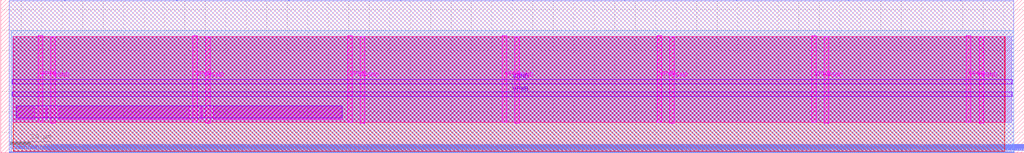
<source format=lef>
VERSION 5.7 ;
  NOWIREEXTENSIONATPIN ON ;
  DIVIDERCHAR "/" ;
  BUSBITCHARS "[]" ;
MACRO decoder
  CLASS BLOCK ;
  FOREIGN decoder ;
  ORIGIN 0.000 0.000 ;
  SIZE 500.000 BY 75.000 ;
  PIN VGND
    DIRECTION INOUT ;
    USE GROUND ;
    PORT
      LAYER TopMetal1 ;
        RECT 24.460 14.490 26.660 56.920 ;
    END
    PORT
      LAYER TopMetal1 ;
        RECT 100.060 14.490 102.260 56.920 ;
    END
    PORT
      LAYER TopMetal1 ;
        RECT 175.660 14.490 177.860 56.920 ;
    END
    PORT
      LAYER TopMetal1 ;
        RECT 251.260 14.490 253.460 56.920 ;
    END
    PORT
      LAYER TopMetal1 ;
        RECT 326.860 14.490 329.060 56.920 ;
    END
    PORT
      LAYER TopMetal1 ;
        RECT 402.460 14.490 404.660 56.920 ;
    END
    PORT
      LAYER TopMetal1 ;
        RECT 478.060 14.490 480.260 56.920 ;
    END
    PORT
      LAYER TopMetal2 ;
        RECT 5.540 33.820 494.140 36.020 ;
    END
  END VGND
  PIN VPWR
    DIRECTION INOUT ;
    USE POWER ;
    PORT
      LAYER TopMetal1 ;
        RECT 18.260 14.900 20.460 57.330 ;
    END
    PORT
      LAYER TopMetal1 ;
        RECT 93.860 14.900 96.060 57.330 ;
    END
    PORT
      LAYER TopMetal1 ;
        RECT 169.460 14.900 171.660 57.330 ;
    END
    PORT
      LAYER TopMetal1 ;
        RECT 245.060 14.900 247.260 57.330 ;
    END
    PORT
      LAYER TopMetal1 ;
        RECT 320.660 14.900 322.860 57.330 ;
    END
    PORT
      LAYER TopMetal1 ;
        RECT 396.260 14.900 398.460 57.330 ;
    END
    PORT
      LAYER TopMetal1 ;
        RECT 471.860 14.900 474.060 57.330 ;
    END
    PORT
      LAYER TopMetal2 ;
        RECT 5.540 27.620 494.140 29.820 ;
    END
  END VPWR
  PIN ena_i
    DIRECTION INPUT ;
    USE SIGNAL ;
    ANTENNAGATEAREA 0.180700 ;
    PORT
      LAYER Metal2 ;
        RECT 31.000 74.600 31.400 75.000 ;
    END
  END ena_i
  PIN input_ni[0]
    DIRECTION INPUT ;
    USE SIGNAL ;
    ANTENNAGATEAREA 0.213200 ;
    PORT
      LAYER Metal2 ;
        RECT 85.720 74.600 86.120 75.000 ;
    END
  END input_ni[0]
  PIN input_ni[1]
    DIRECTION INPUT ;
    USE SIGNAL ;
    ANTENNAGATEAREA 0.213200 ;
    PORT
      LAYER Metal2 ;
        RECT 140.440 74.600 140.840 75.000 ;
    END
  END input_ni[1]
  PIN input_ni[2]
    DIRECTION INPUT ;
    USE SIGNAL ;
    ANTENNAGATEAREA 0.213200 ;
    PORT
      LAYER Metal2 ;
        RECT 195.160 74.600 195.560 75.000 ;
    END
  END input_ni[2]
  PIN input_ni[3]
    DIRECTION INPUT ;
    USE SIGNAL ;
    ANTENNAGATEAREA 0.180700 ;
    PORT
      LAYER Metal2 ;
        RECT 249.880 74.600 250.280 75.000 ;
    END
  END input_ni[3]
  PIN input_ni[4]
    DIRECTION INPUT ;
    USE SIGNAL ;
    ANTENNAGATEAREA 0.213200 ;
    PORT
      LAYER Metal2 ;
        RECT 304.600 74.600 305.000 75.000 ;
    END
  END input_ni[4]
  PIN input_ni[5]
    DIRECTION INPUT ;
    USE SIGNAL ;
    ANTENNAGATEAREA 0.213200 ;
    PORT
      LAYER Metal2 ;
        RECT 359.320 74.600 359.720 75.000 ;
    END
  END input_ni[5]
  PIN input_ni[6]
    DIRECTION INPUT ;
    USE SIGNAL ;
    ANTENNAGATEAREA 0.213200 ;
    PORT
      LAYER Metal2 ;
        RECT 414.040 74.600 414.440 75.000 ;
    END
  END input_ni[6]
  PIN input_ni[7]
    DIRECTION INPUT ;
    USE SIGNAL ;
    ANTENNAGATEAREA 0.725400 ;
    PORT
      LAYER Metal2 ;
        RECT 468.760 74.600 469.160 75.000 ;
    END
  END input_ni[7]
  PIN output_no[0]
    DIRECTION OUTPUT ;
    USE SIGNAL ;
    ANTENNADIFFAREA 0.708600 ;
    PORT
      LAYER Metal2 ;
        RECT 4.120 0.000 4.520 0.400 ;
    END
  END output_no[0]
  PIN output_no[100]
    DIRECTION OUTPUT ;
    USE SIGNAL ;
    ANTENNADIFFAREA 0.708600 ;
    PORT
      LAYER Metal2 ;
        RECT 196.120 0.000 196.520 0.400 ;
    END
  END output_no[100]
  PIN output_no[101]
    DIRECTION OUTPUT ;
    USE SIGNAL ;
    ANTENNADIFFAREA 0.708600 ;
    PORT
      LAYER Metal2 ;
        RECT 198.040 0.000 198.440 0.400 ;
    END
  END output_no[101]
  PIN output_no[102]
    DIRECTION OUTPUT ;
    USE SIGNAL ;
    ANTENNADIFFAREA 0.708600 ;
    PORT
      LAYER Metal2 ;
        RECT 199.960 0.000 200.360 0.400 ;
    END
  END output_no[102]
  PIN output_no[103]
    DIRECTION OUTPUT ;
    USE SIGNAL ;
    ANTENNADIFFAREA 0.708600 ;
    PORT
      LAYER Metal2 ;
        RECT 201.880 0.000 202.280 0.400 ;
    END
  END output_no[103]
  PIN output_no[104]
    DIRECTION OUTPUT ;
    USE SIGNAL ;
    ANTENNADIFFAREA 0.708600 ;
    PORT
      LAYER Metal2 ;
        RECT 203.800 0.000 204.200 0.400 ;
    END
  END output_no[104]
  PIN output_no[105]
    DIRECTION OUTPUT ;
    USE SIGNAL ;
    ANTENNADIFFAREA 0.708600 ;
    PORT
      LAYER Metal2 ;
        RECT 205.720 0.000 206.120 0.400 ;
    END
  END output_no[105]
  PIN output_no[106]
    DIRECTION OUTPUT ;
    USE SIGNAL ;
    ANTENNADIFFAREA 0.708600 ;
    PORT
      LAYER Metal2 ;
        RECT 207.640 0.000 208.040 0.400 ;
    END
  END output_no[106]
  PIN output_no[107]
    DIRECTION OUTPUT ;
    USE SIGNAL ;
    ANTENNADIFFAREA 0.708600 ;
    PORT
      LAYER Metal2 ;
        RECT 209.560 0.000 209.960 0.400 ;
    END
  END output_no[107]
  PIN output_no[108]
    DIRECTION OUTPUT ;
    USE SIGNAL ;
    ANTENNADIFFAREA 0.708600 ;
    PORT
      LAYER Metal2 ;
        RECT 211.480 0.000 211.880 0.400 ;
    END
  END output_no[108]
  PIN output_no[109]
    DIRECTION OUTPUT ;
    USE SIGNAL ;
    ANTENNADIFFAREA 0.708600 ;
    PORT
      LAYER Metal2 ;
        RECT 213.400 0.000 213.800 0.400 ;
    END
  END output_no[109]
  PIN output_no[10]
    DIRECTION OUTPUT ;
    USE SIGNAL ;
    ANTENNADIFFAREA 0.708600 ;
    PORT
      LAYER Metal2 ;
        RECT 23.320 0.000 23.720 0.400 ;
    END
  END output_no[10]
  PIN output_no[110]
    DIRECTION OUTPUT ;
    USE SIGNAL ;
    ANTENNADIFFAREA 0.708600 ;
    PORT
      LAYER Metal2 ;
        RECT 215.320 0.000 215.720 0.400 ;
    END
  END output_no[110]
  PIN output_no[111]
    DIRECTION OUTPUT ;
    USE SIGNAL ;
    ANTENNADIFFAREA 0.708600 ;
    PORT
      LAYER Metal2 ;
        RECT 217.240 0.000 217.640 0.400 ;
    END
  END output_no[111]
  PIN output_no[112]
    DIRECTION OUTPUT ;
    USE SIGNAL ;
    ANTENNADIFFAREA 0.708600 ;
    PORT
      LAYER Metal2 ;
        RECT 219.160 0.000 219.560 0.400 ;
    END
  END output_no[112]
  PIN output_no[113]
    DIRECTION OUTPUT ;
    USE SIGNAL ;
    ANTENNADIFFAREA 0.708600 ;
    PORT
      LAYER Metal2 ;
        RECT 221.080 0.000 221.480 0.400 ;
    END
  END output_no[113]
  PIN output_no[114]
    DIRECTION OUTPUT ;
    USE SIGNAL ;
    ANTENNADIFFAREA 0.708600 ;
    PORT
      LAYER Metal2 ;
        RECT 223.000 0.000 223.400 0.400 ;
    END
  END output_no[114]
  PIN output_no[115]
    DIRECTION OUTPUT ;
    USE SIGNAL ;
    ANTENNADIFFAREA 0.708600 ;
    PORT
      LAYER Metal2 ;
        RECT 224.920 0.000 225.320 0.400 ;
    END
  END output_no[115]
  PIN output_no[116]
    DIRECTION OUTPUT ;
    USE SIGNAL ;
    ANTENNADIFFAREA 0.708600 ;
    PORT
      LAYER Metal2 ;
        RECT 226.840 0.000 227.240 0.400 ;
    END
  END output_no[116]
  PIN output_no[117]
    DIRECTION OUTPUT ;
    USE SIGNAL ;
    ANTENNADIFFAREA 0.708600 ;
    PORT
      LAYER Metal2 ;
        RECT 228.760 0.000 229.160 0.400 ;
    END
  END output_no[117]
  PIN output_no[118]
    DIRECTION OUTPUT ;
    USE SIGNAL ;
    ANTENNADIFFAREA 0.708600 ;
    PORT
      LAYER Metal2 ;
        RECT 230.680 0.000 231.080 0.400 ;
    END
  END output_no[118]
  PIN output_no[119]
    DIRECTION OUTPUT ;
    USE SIGNAL ;
    ANTENNADIFFAREA 0.708600 ;
    PORT
      LAYER Metal2 ;
        RECT 232.600 0.000 233.000 0.400 ;
    END
  END output_no[119]
  PIN output_no[11]
    DIRECTION OUTPUT ;
    USE SIGNAL ;
    ANTENNADIFFAREA 0.708600 ;
    PORT
      LAYER Metal2 ;
        RECT 25.240 0.000 25.640 0.400 ;
    END
  END output_no[11]
  PIN output_no[120]
    DIRECTION OUTPUT ;
    USE SIGNAL ;
    ANTENNADIFFAREA 0.708600 ;
    PORT
      LAYER Metal2 ;
        RECT 234.520 0.000 234.920 0.400 ;
    END
  END output_no[120]
  PIN output_no[121]
    DIRECTION OUTPUT ;
    USE SIGNAL ;
    ANTENNADIFFAREA 0.708600 ;
    PORT
      LAYER Metal2 ;
        RECT 236.440 0.000 236.840 0.400 ;
    END
  END output_no[121]
  PIN output_no[122]
    DIRECTION OUTPUT ;
    USE SIGNAL ;
    ANTENNADIFFAREA 0.708600 ;
    PORT
      LAYER Metal2 ;
        RECT 238.360 0.000 238.760 0.400 ;
    END
  END output_no[122]
  PIN output_no[123]
    DIRECTION OUTPUT ;
    USE SIGNAL ;
    ANTENNADIFFAREA 0.708600 ;
    PORT
      LAYER Metal2 ;
        RECT 240.280 0.000 240.680 0.400 ;
    END
  END output_no[123]
  PIN output_no[124]
    DIRECTION OUTPUT ;
    USE SIGNAL ;
    ANTENNADIFFAREA 0.708600 ;
    PORT
      LAYER Metal2 ;
        RECT 242.200 0.000 242.600 0.400 ;
    END
  END output_no[124]
  PIN output_no[125]
    DIRECTION OUTPUT ;
    USE SIGNAL ;
    ANTENNADIFFAREA 0.708600 ;
    PORT
      LAYER Metal2 ;
        RECT 244.120 0.000 244.520 0.400 ;
    END
  END output_no[125]
  PIN output_no[126]
    DIRECTION OUTPUT ;
    USE SIGNAL ;
    ANTENNADIFFAREA 0.708600 ;
    PORT
      LAYER Metal2 ;
        RECT 246.040 0.000 246.440 0.400 ;
    END
  END output_no[126]
  PIN output_no[127]
    DIRECTION OUTPUT ;
    USE SIGNAL ;
    ANTENNADIFFAREA 0.708600 ;
    PORT
      LAYER Metal2 ;
        RECT 247.960 0.000 248.360 0.400 ;
    END
  END output_no[127]
  PIN output_no[128]
    DIRECTION OUTPUT ;
    USE SIGNAL ;
    ANTENNADIFFAREA 0.708600 ;
    PORT
      LAYER Metal2 ;
        RECT 249.880 0.000 250.280 0.400 ;
    END
  END output_no[128]
  PIN output_no[129]
    DIRECTION OUTPUT ;
    USE SIGNAL ;
    ANTENNADIFFAREA 0.708600 ;
    PORT
      LAYER Metal2 ;
        RECT 251.800 0.000 252.200 0.400 ;
    END
  END output_no[129]
  PIN output_no[12]
    DIRECTION OUTPUT ;
    USE SIGNAL ;
    ANTENNADIFFAREA 0.708600 ;
    PORT
      LAYER Metal2 ;
        RECT 27.160 0.000 27.560 0.400 ;
    END
  END output_no[12]
  PIN output_no[130]
    DIRECTION OUTPUT ;
    USE SIGNAL ;
    ANTENNADIFFAREA 0.708600 ;
    PORT
      LAYER Metal2 ;
        RECT 253.720 0.000 254.120 0.400 ;
    END
  END output_no[130]
  PIN output_no[131]
    DIRECTION OUTPUT ;
    USE SIGNAL ;
    ANTENNADIFFAREA 0.708600 ;
    PORT
      LAYER Metal2 ;
        RECT 255.640 0.000 256.040 0.400 ;
    END
  END output_no[131]
  PIN output_no[132]
    DIRECTION OUTPUT ;
    USE SIGNAL ;
    ANTENNADIFFAREA 0.708600 ;
    PORT
      LAYER Metal2 ;
        RECT 257.560 0.000 257.960 0.400 ;
    END
  END output_no[132]
  PIN output_no[133]
    DIRECTION OUTPUT ;
    USE SIGNAL ;
    ANTENNADIFFAREA 0.708600 ;
    PORT
      LAYER Metal2 ;
        RECT 259.480 0.000 259.880 0.400 ;
    END
  END output_no[133]
  PIN output_no[134]
    DIRECTION OUTPUT ;
    USE SIGNAL ;
    ANTENNADIFFAREA 0.708600 ;
    PORT
      LAYER Metal2 ;
        RECT 261.400 0.000 261.800 0.400 ;
    END
  END output_no[134]
  PIN output_no[135]
    DIRECTION OUTPUT ;
    USE SIGNAL ;
    ANTENNADIFFAREA 0.708600 ;
    PORT
      LAYER Metal2 ;
        RECT 263.320 0.000 263.720 0.400 ;
    END
  END output_no[135]
  PIN output_no[136]
    DIRECTION OUTPUT ;
    USE SIGNAL ;
    ANTENNADIFFAREA 0.708600 ;
    PORT
      LAYER Metal2 ;
        RECT 265.240 0.000 265.640 0.400 ;
    END
  END output_no[136]
  PIN output_no[137]
    DIRECTION OUTPUT ;
    USE SIGNAL ;
    ANTENNADIFFAREA 0.708600 ;
    PORT
      LAYER Metal2 ;
        RECT 267.160 0.000 267.560 0.400 ;
    END
  END output_no[137]
  PIN output_no[138]
    DIRECTION OUTPUT ;
    USE SIGNAL ;
    ANTENNADIFFAREA 0.708600 ;
    PORT
      LAYER Metal2 ;
        RECT 269.080 0.000 269.480 0.400 ;
    END
  END output_no[138]
  PIN output_no[139]
    DIRECTION OUTPUT ;
    USE SIGNAL ;
    ANTENNADIFFAREA 0.708600 ;
    PORT
      LAYER Metal2 ;
        RECT 271.000 0.000 271.400 0.400 ;
    END
  END output_no[139]
  PIN output_no[13]
    DIRECTION OUTPUT ;
    USE SIGNAL ;
    ANTENNADIFFAREA 0.708600 ;
    PORT
      LAYER Metal2 ;
        RECT 29.080 0.000 29.480 0.400 ;
    END
  END output_no[13]
  PIN output_no[140]
    DIRECTION OUTPUT ;
    USE SIGNAL ;
    ANTENNADIFFAREA 0.708600 ;
    PORT
      LAYER Metal2 ;
        RECT 272.920 0.000 273.320 0.400 ;
    END
  END output_no[140]
  PIN output_no[141]
    DIRECTION OUTPUT ;
    USE SIGNAL ;
    ANTENNADIFFAREA 0.708600 ;
    PORT
      LAYER Metal2 ;
        RECT 274.840 0.000 275.240 0.400 ;
    END
  END output_no[141]
  PIN output_no[142]
    DIRECTION OUTPUT ;
    USE SIGNAL ;
    ANTENNADIFFAREA 0.708600 ;
    PORT
      LAYER Metal2 ;
        RECT 276.760 0.000 277.160 0.400 ;
    END
  END output_no[142]
  PIN output_no[143]
    DIRECTION OUTPUT ;
    USE SIGNAL ;
    ANTENNADIFFAREA 0.708600 ;
    PORT
      LAYER Metal2 ;
        RECT 278.680 0.000 279.080 0.400 ;
    END
  END output_no[143]
  PIN output_no[144]
    DIRECTION OUTPUT ;
    USE SIGNAL ;
    ANTENNADIFFAREA 0.708600 ;
    PORT
      LAYER Metal2 ;
        RECT 280.600 0.000 281.000 0.400 ;
    END
  END output_no[144]
  PIN output_no[145]
    DIRECTION OUTPUT ;
    USE SIGNAL ;
    ANTENNADIFFAREA 0.708600 ;
    PORT
      LAYER Metal2 ;
        RECT 282.520 0.000 282.920 0.400 ;
    END
  END output_no[145]
  PIN output_no[146]
    DIRECTION OUTPUT ;
    USE SIGNAL ;
    ANTENNADIFFAREA 0.708600 ;
    PORT
      LAYER Metal2 ;
        RECT 284.440 0.000 284.840 0.400 ;
    END
  END output_no[146]
  PIN output_no[147]
    DIRECTION OUTPUT ;
    USE SIGNAL ;
    ANTENNADIFFAREA 0.708600 ;
    PORT
      LAYER Metal2 ;
        RECT 286.360 0.000 286.760 0.400 ;
    END
  END output_no[147]
  PIN output_no[148]
    DIRECTION OUTPUT ;
    USE SIGNAL ;
    ANTENNADIFFAREA 0.708600 ;
    PORT
      LAYER Metal2 ;
        RECT 288.280 0.000 288.680 0.400 ;
    END
  END output_no[148]
  PIN output_no[149]
    DIRECTION OUTPUT ;
    USE SIGNAL ;
    ANTENNADIFFAREA 0.708600 ;
    PORT
      LAYER Metal2 ;
        RECT 290.200 0.000 290.600 0.400 ;
    END
  END output_no[149]
  PIN output_no[14]
    DIRECTION OUTPUT ;
    USE SIGNAL ;
    ANTENNADIFFAREA 0.708600 ;
    PORT
      LAYER Metal2 ;
        RECT 31.000 0.000 31.400 0.400 ;
    END
  END output_no[14]
  PIN output_no[150]
    DIRECTION OUTPUT ;
    USE SIGNAL ;
    ANTENNADIFFAREA 0.708600 ;
    PORT
      LAYER Metal2 ;
        RECT 292.120 0.000 292.520 0.400 ;
    END
  END output_no[150]
  PIN output_no[151]
    DIRECTION OUTPUT ;
    USE SIGNAL ;
    ANTENNADIFFAREA 0.708600 ;
    PORT
      LAYER Metal2 ;
        RECT 294.040 0.000 294.440 0.400 ;
    END
  END output_no[151]
  PIN output_no[152]
    DIRECTION OUTPUT ;
    USE SIGNAL ;
    ANTENNADIFFAREA 0.708600 ;
    PORT
      LAYER Metal2 ;
        RECT 295.960 0.000 296.360 0.400 ;
    END
  END output_no[152]
  PIN output_no[153]
    DIRECTION OUTPUT ;
    USE SIGNAL ;
    ANTENNADIFFAREA 0.708600 ;
    PORT
      LAYER Metal2 ;
        RECT 297.880 0.000 298.280 0.400 ;
    END
  END output_no[153]
  PIN output_no[154]
    DIRECTION OUTPUT ;
    USE SIGNAL ;
    ANTENNADIFFAREA 0.708600 ;
    PORT
      LAYER Metal2 ;
        RECT 299.800 0.000 300.200 0.400 ;
    END
  END output_no[154]
  PIN output_no[155]
    DIRECTION OUTPUT ;
    USE SIGNAL ;
    ANTENNADIFFAREA 0.708600 ;
    PORT
      LAYER Metal2 ;
        RECT 301.720 0.000 302.120 0.400 ;
    END
  END output_no[155]
  PIN output_no[156]
    DIRECTION OUTPUT ;
    USE SIGNAL ;
    ANTENNADIFFAREA 0.708600 ;
    PORT
      LAYER Metal2 ;
        RECT 303.640 0.000 304.040 0.400 ;
    END
  END output_no[156]
  PIN output_no[157]
    DIRECTION OUTPUT ;
    USE SIGNAL ;
    ANTENNADIFFAREA 0.708600 ;
    PORT
      LAYER Metal2 ;
        RECT 305.560 0.000 305.960 0.400 ;
    END
  END output_no[157]
  PIN output_no[158]
    DIRECTION OUTPUT ;
    USE SIGNAL ;
    ANTENNADIFFAREA 0.708600 ;
    PORT
      LAYER Metal2 ;
        RECT 307.480 0.000 307.880 0.400 ;
    END
  END output_no[158]
  PIN output_no[159]
    DIRECTION OUTPUT ;
    USE SIGNAL ;
    ANTENNADIFFAREA 0.708600 ;
    PORT
      LAYER Metal2 ;
        RECT 309.400 0.000 309.800 0.400 ;
    END
  END output_no[159]
  PIN output_no[15]
    DIRECTION OUTPUT ;
    USE SIGNAL ;
    ANTENNADIFFAREA 0.708600 ;
    PORT
      LAYER Metal2 ;
        RECT 32.920 0.000 33.320 0.400 ;
    END
  END output_no[15]
  PIN output_no[160]
    DIRECTION OUTPUT ;
    USE SIGNAL ;
    ANTENNADIFFAREA 0.708600 ;
    PORT
      LAYER Metal2 ;
        RECT 311.320 0.000 311.720 0.400 ;
    END
  END output_no[160]
  PIN output_no[161]
    DIRECTION OUTPUT ;
    USE SIGNAL ;
    ANTENNADIFFAREA 0.708600 ;
    PORT
      LAYER Metal2 ;
        RECT 313.240 0.000 313.640 0.400 ;
    END
  END output_no[161]
  PIN output_no[162]
    DIRECTION OUTPUT ;
    USE SIGNAL ;
    ANTENNADIFFAREA 0.708600 ;
    PORT
      LAYER Metal2 ;
        RECT 315.160 0.000 315.560 0.400 ;
    END
  END output_no[162]
  PIN output_no[163]
    DIRECTION OUTPUT ;
    USE SIGNAL ;
    ANTENNADIFFAREA 0.708600 ;
    PORT
      LAYER Metal2 ;
        RECT 317.080 0.000 317.480 0.400 ;
    END
  END output_no[163]
  PIN output_no[164]
    DIRECTION OUTPUT ;
    USE SIGNAL ;
    ANTENNADIFFAREA 0.708600 ;
    PORT
      LAYER Metal2 ;
        RECT 319.000 0.000 319.400 0.400 ;
    END
  END output_no[164]
  PIN output_no[165]
    DIRECTION OUTPUT ;
    USE SIGNAL ;
    ANTENNADIFFAREA 0.708600 ;
    PORT
      LAYER Metal2 ;
        RECT 320.920 0.000 321.320 0.400 ;
    END
  END output_no[165]
  PIN output_no[166]
    DIRECTION OUTPUT ;
    USE SIGNAL ;
    ANTENNADIFFAREA 0.708600 ;
    PORT
      LAYER Metal2 ;
        RECT 322.840 0.000 323.240 0.400 ;
    END
  END output_no[166]
  PIN output_no[167]
    DIRECTION OUTPUT ;
    USE SIGNAL ;
    ANTENNADIFFAREA 0.708600 ;
    PORT
      LAYER Metal2 ;
        RECT 324.760 0.000 325.160 0.400 ;
    END
  END output_no[167]
  PIN output_no[168]
    DIRECTION OUTPUT ;
    USE SIGNAL ;
    ANTENNADIFFAREA 0.708600 ;
    PORT
      LAYER Metal2 ;
        RECT 326.680 0.000 327.080 0.400 ;
    END
  END output_no[168]
  PIN output_no[169]
    DIRECTION OUTPUT ;
    USE SIGNAL ;
    ANTENNADIFFAREA 0.708600 ;
    PORT
      LAYER Metal2 ;
        RECT 328.600 0.000 329.000 0.400 ;
    END
  END output_no[169]
  PIN output_no[16]
    DIRECTION OUTPUT ;
    USE SIGNAL ;
    ANTENNADIFFAREA 0.708600 ;
    PORT
      LAYER Metal2 ;
        RECT 34.840 0.000 35.240 0.400 ;
    END
  END output_no[16]
  PIN output_no[170]
    DIRECTION OUTPUT ;
    USE SIGNAL ;
    ANTENNADIFFAREA 0.708600 ;
    PORT
      LAYER Metal2 ;
        RECT 330.520 0.000 330.920 0.400 ;
    END
  END output_no[170]
  PIN output_no[171]
    DIRECTION OUTPUT ;
    USE SIGNAL ;
    ANTENNADIFFAREA 0.708600 ;
    PORT
      LAYER Metal2 ;
        RECT 332.440 0.000 332.840 0.400 ;
    END
  END output_no[171]
  PIN output_no[172]
    DIRECTION OUTPUT ;
    USE SIGNAL ;
    ANTENNADIFFAREA 0.708600 ;
    PORT
      LAYER Metal2 ;
        RECT 334.360 0.000 334.760 0.400 ;
    END
  END output_no[172]
  PIN output_no[173]
    DIRECTION OUTPUT ;
    USE SIGNAL ;
    ANTENNADIFFAREA 0.708600 ;
    PORT
      LAYER Metal2 ;
        RECT 336.280 0.000 336.680 0.400 ;
    END
  END output_no[173]
  PIN output_no[174]
    DIRECTION OUTPUT ;
    USE SIGNAL ;
    ANTENNADIFFAREA 0.708600 ;
    PORT
      LAYER Metal2 ;
        RECT 338.200 0.000 338.600 0.400 ;
    END
  END output_no[174]
  PIN output_no[175]
    DIRECTION OUTPUT ;
    USE SIGNAL ;
    ANTENNADIFFAREA 0.708600 ;
    PORT
      LAYER Metal2 ;
        RECT 340.120 0.000 340.520 0.400 ;
    END
  END output_no[175]
  PIN output_no[176]
    DIRECTION OUTPUT ;
    USE SIGNAL ;
    ANTENNADIFFAREA 0.708600 ;
    PORT
      LAYER Metal2 ;
        RECT 342.040 0.000 342.440 0.400 ;
    END
  END output_no[176]
  PIN output_no[177]
    DIRECTION OUTPUT ;
    USE SIGNAL ;
    ANTENNADIFFAREA 0.708600 ;
    PORT
      LAYER Metal2 ;
        RECT 343.960 0.000 344.360 0.400 ;
    END
  END output_no[177]
  PIN output_no[178]
    DIRECTION OUTPUT ;
    USE SIGNAL ;
    ANTENNADIFFAREA 0.708600 ;
    PORT
      LAYER Metal2 ;
        RECT 345.880 0.000 346.280 0.400 ;
    END
  END output_no[178]
  PIN output_no[179]
    DIRECTION OUTPUT ;
    USE SIGNAL ;
    ANTENNADIFFAREA 0.708600 ;
    PORT
      LAYER Metal2 ;
        RECT 347.800 0.000 348.200 0.400 ;
    END
  END output_no[179]
  PIN output_no[17]
    DIRECTION OUTPUT ;
    USE SIGNAL ;
    ANTENNADIFFAREA 0.708600 ;
    PORT
      LAYER Metal2 ;
        RECT 36.760 0.000 37.160 0.400 ;
    END
  END output_no[17]
  PIN output_no[180]
    DIRECTION OUTPUT ;
    USE SIGNAL ;
    ANTENNADIFFAREA 0.708600 ;
    PORT
      LAYER Metal2 ;
        RECT 349.720 0.000 350.120 0.400 ;
    END
  END output_no[180]
  PIN output_no[181]
    DIRECTION OUTPUT ;
    USE SIGNAL ;
    ANTENNADIFFAREA 0.708600 ;
    PORT
      LAYER Metal2 ;
        RECT 351.640 0.000 352.040 0.400 ;
    END
  END output_no[181]
  PIN output_no[182]
    DIRECTION OUTPUT ;
    USE SIGNAL ;
    ANTENNADIFFAREA 0.708600 ;
    PORT
      LAYER Metal2 ;
        RECT 353.560 0.000 353.960 0.400 ;
    END
  END output_no[182]
  PIN output_no[183]
    DIRECTION OUTPUT ;
    USE SIGNAL ;
    ANTENNADIFFAREA 0.708600 ;
    PORT
      LAYER Metal2 ;
        RECT 355.480 0.000 355.880 0.400 ;
    END
  END output_no[183]
  PIN output_no[184]
    DIRECTION OUTPUT ;
    USE SIGNAL ;
    ANTENNADIFFAREA 0.708600 ;
    PORT
      LAYER Metal2 ;
        RECT 357.400 0.000 357.800 0.400 ;
    END
  END output_no[184]
  PIN output_no[185]
    DIRECTION OUTPUT ;
    USE SIGNAL ;
    ANTENNADIFFAREA 0.708600 ;
    PORT
      LAYER Metal2 ;
        RECT 359.320 0.000 359.720 0.400 ;
    END
  END output_no[185]
  PIN output_no[186]
    DIRECTION OUTPUT ;
    USE SIGNAL ;
    ANTENNADIFFAREA 0.708600 ;
    PORT
      LAYER Metal2 ;
        RECT 361.240 0.000 361.640 0.400 ;
    END
  END output_no[186]
  PIN output_no[187]
    DIRECTION OUTPUT ;
    USE SIGNAL ;
    ANTENNADIFFAREA 0.708600 ;
    PORT
      LAYER Metal2 ;
        RECT 363.160 0.000 363.560 0.400 ;
    END
  END output_no[187]
  PIN output_no[188]
    DIRECTION OUTPUT ;
    USE SIGNAL ;
    ANTENNADIFFAREA 0.708600 ;
    PORT
      LAYER Metal2 ;
        RECT 365.080 0.000 365.480 0.400 ;
    END
  END output_no[188]
  PIN output_no[189]
    DIRECTION OUTPUT ;
    USE SIGNAL ;
    ANTENNADIFFAREA 0.708600 ;
    PORT
      LAYER Metal2 ;
        RECT 367.000 0.000 367.400 0.400 ;
    END
  END output_no[189]
  PIN output_no[18]
    DIRECTION OUTPUT ;
    USE SIGNAL ;
    ANTENNADIFFAREA 0.708600 ;
    PORT
      LAYER Metal2 ;
        RECT 38.680 0.000 39.080 0.400 ;
    END
  END output_no[18]
  PIN output_no[190]
    DIRECTION OUTPUT ;
    USE SIGNAL ;
    ANTENNADIFFAREA 0.708600 ;
    PORT
      LAYER Metal2 ;
        RECT 368.920 0.000 369.320 0.400 ;
    END
  END output_no[190]
  PIN output_no[191]
    DIRECTION OUTPUT ;
    USE SIGNAL ;
    ANTENNADIFFAREA 0.708600 ;
    PORT
      LAYER Metal2 ;
        RECT 370.840 0.000 371.240 0.400 ;
    END
  END output_no[191]
  PIN output_no[192]
    DIRECTION OUTPUT ;
    USE SIGNAL ;
    ANTENNADIFFAREA 0.708600 ;
    PORT
      LAYER Metal2 ;
        RECT 372.760 0.000 373.160 0.400 ;
    END
  END output_no[192]
  PIN output_no[193]
    DIRECTION OUTPUT ;
    USE SIGNAL ;
    ANTENNADIFFAREA 0.708600 ;
    PORT
      LAYER Metal2 ;
        RECT 374.680 0.000 375.080 0.400 ;
    END
  END output_no[193]
  PIN output_no[194]
    DIRECTION OUTPUT ;
    USE SIGNAL ;
    ANTENNADIFFAREA 0.708600 ;
    PORT
      LAYER Metal2 ;
        RECT 376.600 0.000 377.000 0.400 ;
    END
  END output_no[194]
  PIN output_no[195]
    DIRECTION OUTPUT ;
    USE SIGNAL ;
    ANTENNADIFFAREA 0.708600 ;
    PORT
      LAYER Metal2 ;
        RECT 378.520 0.000 378.920 0.400 ;
    END
  END output_no[195]
  PIN output_no[196]
    DIRECTION OUTPUT ;
    USE SIGNAL ;
    ANTENNADIFFAREA 0.708600 ;
    PORT
      LAYER Metal2 ;
        RECT 380.440 0.000 380.840 0.400 ;
    END
  END output_no[196]
  PIN output_no[197]
    DIRECTION OUTPUT ;
    USE SIGNAL ;
    ANTENNADIFFAREA 0.708600 ;
    PORT
      LAYER Metal2 ;
        RECT 382.360 0.000 382.760 0.400 ;
    END
  END output_no[197]
  PIN output_no[198]
    DIRECTION OUTPUT ;
    USE SIGNAL ;
    ANTENNADIFFAREA 0.708600 ;
    PORT
      LAYER Metal2 ;
        RECT 384.280 0.000 384.680 0.400 ;
    END
  END output_no[198]
  PIN output_no[199]
    DIRECTION OUTPUT ;
    USE SIGNAL ;
    ANTENNADIFFAREA 0.708600 ;
    PORT
      LAYER Metal2 ;
        RECT 386.200 0.000 386.600 0.400 ;
    END
  END output_no[199]
  PIN output_no[19]
    DIRECTION OUTPUT ;
    USE SIGNAL ;
    ANTENNADIFFAREA 0.708600 ;
    PORT
      LAYER Metal2 ;
        RECT 40.600 0.000 41.000 0.400 ;
    END
  END output_no[19]
  PIN output_no[1]
    DIRECTION OUTPUT ;
    USE SIGNAL ;
    ANTENNADIFFAREA 0.708600 ;
    PORT
      LAYER Metal2 ;
        RECT 6.040 0.000 6.440 0.400 ;
    END
  END output_no[1]
  PIN output_no[200]
    DIRECTION OUTPUT ;
    USE SIGNAL ;
    ANTENNADIFFAREA 0.708600 ;
    PORT
      LAYER Metal2 ;
        RECT 388.120 0.000 388.520 0.400 ;
    END
  END output_no[200]
  PIN output_no[201]
    DIRECTION OUTPUT ;
    USE SIGNAL ;
    ANTENNADIFFAREA 0.708600 ;
    PORT
      LAYER Metal2 ;
        RECT 390.040 0.000 390.440 0.400 ;
    END
  END output_no[201]
  PIN output_no[202]
    DIRECTION OUTPUT ;
    USE SIGNAL ;
    ANTENNADIFFAREA 0.708600 ;
    PORT
      LAYER Metal2 ;
        RECT 391.960 0.000 392.360 0.400 ;
    END
  END output_no[202]
  PIN output_no[203]
    DIRECTION OUTPUT ;
    USE SIGNAL ;
    ANTENNADIFFAREA 0.708600 ;
    PORT
      LAYER Metal2 ;
        RECT 393.880 0.000 394.280 0.400 ;
    END
  END output_no[203]
  PIN output_no[204]
    DIRECTION OUTPUT ;
    USE SIGNAL ;
    ANTENNADIFFAREA 0.708600 ;
    PORT
      LAYER Metal2 ;
        RECT 395.800 0.000 396.200 0.400 ;
    END
  END output_no[204]
  PIN output_no[205]
    DIRECTION OUTPUT ;
    USE SIGNAL ;
    ANTENNADIFFAREA 0.708600 ;
    PORT
      LAYER Metal2 ;
        RECT 397.720 0.000 398.120 0.400 ;
    END
  END output_no[205]
  PIN output_no[206]
    DIRECTION OUTPUT ;
    USE SIGNAL ;
    ANTENNADIFFAREA 0.708600 ;
    PORT
      LAYER Metal2 ;
        RECT 399.640 0.000 400.040 0.400 ;
    END
  END output_no[206]
  PIN output_no[207]
    DIRECTION OUTPUT ;
    USE SIGNAL ;
    ANTENNADIFFAREA 0.708600 ;
    PORT
      LAYER Metal2 ;
        RECT 401.560 0.000 401.960 0.400 ;
    END
  END output_no[207]
  PIN output_no[208]
    DIRECTION OUTPUT ;
    USE SIGNAL ;
    ANTENNADIFFAREA 0.708600 ;
    PORT
      LAYER Metal2 ;
        RECT 403.480 0.000 403.880 0.400 ;
    END
  END output_no[208]
  PIN output_no[209]
    DIRECTION OUTPUT ;
    USE SIGNAL ;
    ANTENNADIFFAREA 0.708600 ;
    PORT
      LAYER Metal2 ;
        RECT 405.400 0.000 405.800 0.400 ;
    END
  END output_no[209]
  PIN output_no[20]
    DIRECTION OUTPUT ;
    USE SIGNAL ;
    ANTENNADIFFAREA 0.708600 ;
    PORT
      LAYER Metal2 ;
        RECT 42.520 0.000 42.920 0.400 ;
    END
  END output_no[20]
  PIN output_no[210]
    DIRECTION OUTPUT ;
    USE SIGNAL ;
    ANTENNADIFFAREA 0.708600 ;
    PORT
      LAYER Metal2 ;
        RECT 407.320 0.000 407.720 0.400 ;
    END
  END output_no[210]
  PIN output_no[211]
    DIRECTION OUTPUT ;
    USE SIGNAL ;
    ANTENNADIFFAREA 0.708600 ;
    PORT
      LAYER Metal2 ;
        RECT 409.240 0.000 409.640 0.400 ;
    END
  END output_no[211]
  PIN output_no[212]
    DIRECTION OUTPUT ;
    USE SIGNAL ;
    ANTENNADIFFAREA 0.708600 ;
    PORT
      LAYER Metal2 ;
        RECT 411.160 0.000 411.560 0.400 ;
    END
  END output_no[212]
  PIN output_no[213]
    DIRECTION OUTPUT ;
    USE SIGNAL ;
    ANTENNADIFFAREA 0.708600 ;
    PORT
      LAYER Metal2 ;
        RECT 413.080 0.000 413.480 0.400 ;
    END
  END output_no[213]
  PIN output_no[214]
    DIRECTION OUTPUT ;
    USE SIGNAL ;
    ANTENNADIFFAREA 0.708600 ;
    PORT
      LAYER Metal2 ;
        RECT 415.000 0.000 415.400 0.400 ;
    END
  END output_no[214]
  PIN output_no[215]
    DIRECTION OUTPUT ;
    USE SIGNAL ;
    ANTENNADIFFAREA 0.708600 ;
    PORT
      LAYER Metal2 ;
        RECT 416.920 0.000 417.320 0.400 ;
    END
  END output_no[215]
  PIN output_no[216]
    DIRECTION OUTPUT ;
    USE SIGNAL ;
    ANTENNADIFFAREA 0.708600 ;
    PORT
      LAYER Metal2 ;
        RECT 418.840 0.000 419.240 0.400 ;
    END
  END output_no[216]
  PIN output_no[217]
    DIRECTION OUTPUT ;
    USE SIGNAL ;
    ANTENNADIFFAREA 0.708600 ;
    PORT
      LAYER Metal2 ;
        RECT 420.760 0.000 421.160 0.400 ;
    END
  END output_no[217]
  PIN output_no[218]
    DIRECTION OUTPUT ;
    USE SIGNAL ;
    ANTENNADIFFAREA 0.708600 ;
    PORT
      LAYER Metal2 ;
        RECT 422.680 0.000 423.080 0.400 ;
    END
  END output_no[218]
  PIN output_no[219]
    DIRECTION OUTPUT ;
    USE SIGNAL ;
    ANTENNADIFFAREA 0.708600 ;
    PORT
      LAYER Metal2 ;
        RECT 424.600 0.000 425.000 0.400 ;
    END
  END output_no[219]
  PIN output_no[21]
    DIRECTION OUTPUT ;
    USE SIGNAL ;
    ANTENNADIFFAREA 0.708600 ;
    PORT
      LAYER Metal2 ;
        RECT 44.440 0.000 44.840 0.400 ;
    END
  END output_no[21]
  PIN output_no[220]
    DIRECTION OUTPUT ;
    USE SIGNAL ;
    ANTENNADIFFAREA 0.708600 ;
    PORT
      LAYER Metal2 ;
        RECT 426.520 0.000 426.920 0.400 ;
    END
  END output_no[220]
  PIN output_no[221]
    DIRECTION OUTPUT ;
    USE SIGNAL ;
    ANTENNADIFFAREA 0.708600 ;
    PORT
      LAYER Metal2 ;
        RECT 428.440 0.000 428.840 0.400 ;
    END
  END output_no[221]
  PIN output_no[222]
    DIRECTION OUTPUT ;
    USE SIGNAL ;
    ANTENNADIFFAREA 0.708600 ;
    PORT
      LAYER Metal2 ;
        RECT 430.360 0.000 430.760 0.400 ;
    END
  END output_no[222]
  PIN output_no[223]
    DIRECTION OUTPUT ;
    USE SIGNAL ;
    ANTENNADIFFAREA 0.708600 ;
    PORT
      LAYER Metal2 ;
        RECT 432.280 0.000 432.680 0.400 ;
    END
  END output_no[223]
  PIN output_no[224]
    DIRECTION OUTPUT ;
    USE SIGNAL ;
    ANTENNADIFFAREA 0.708600 ;
    PORT
      LAYER Metal2 ;
        RECT 434.200 0.000 434.600 0.400 ;
    END
  END output_no[224]
  PIN output_no[225]
    DIRECTION OUTPUT ;
    USE SIGNAL ;
    ANTENNADIFFAREA 0.708600 ;
    PORT
      LAYER Metal2 ;
        RECT 436.120 0.000 436.520 0.400 ;
    END
  END output_no[225]
  PIN output_no[226]
    DIRECTION OUTPUT ;
    USE SIGNAL ;
    ANTENNADIFFAREA 0.708600 ;
    PORT
      LAYER Metal2 ;
        RECT 438.040 0.000 438.440 0.400 ;
    END
  END output_no[226]
  PIN output_no[227]
    DIRECTION OUTPUT ;
    USE SIGNAL ;
    ANTENNADIFFAREA 0.708600 ;
    PORT
      LAYER Metal2 ;
        RECT 439.960 0.000 440.360 0.400 ;
    END
  END output_no[227]
  PIN output_no[228]
    DIRECTION OUTPUT ;
    USE SIGNAL ;
    ANTENNADIFFAREA 0.708600 ;
    PORT
      LAYER Metal2 ;
        RECT 441.880 0.000 442.280 0.400 ;
    END
  END output_no[228]
  PIN output_no[229]
    DIRECTION OUTPUT ;
    USE SIGNAL ;
    ANTENNADIFFAREA 0.708600 ;
    PORT
      LAYER Metal2 ;
        RECT 443.800 0.000 444.200 0.400 ;
    END
  END output_no[229]
  PIN output_no[22]
    DIRECTION OUTPUT ;
    USE SIGNAL ;
    ANTENNADIFFAREA 0.708600 ;
    PORT
      LAYER Metal2 ;
        RECT 46.360 0.000 46.760 0.400 ;
    END
  END output_no[22]
  PIN output_no[230]
    DIRECTION OUTPUT ;
    USE SIGNAL ;
    ANTENNADIFFAREA 0.708600 ;
    PORT
      LAYER Metal2 ;
        RECT 445.720 0.000 446.120 0.400 ;
    END
  END output_no[230]
  PIN output_no[231]
    DIRECTION OUTPUT ;
    USE SIGNAL ;
    ANTENNADIFFAREA 0.708600 ;
    PORT
      LAYER Metal2 ;
        RECT 447.640 0.000 448.040 0.400 ;
    END
  END output_no[231]
  PIN output_no[232]
    DIRECTION OUTPUT ;
    USE SIGNAL ;
    ANTENNADIFFAREA 0.708600 ;
    PORT
      LAYER Metal2 ;
        RECT 449.560 0.000 449.960 0.400 ;
    END
  END output_no[232]
  PIN output_no[233]
    DIRECTION OUTPUT ;
    USE SIGNAL ;
    ANTENNADIFFAREA 0.708600 ;
    PORT
      LAYER Metal2 ;
        RECT 451.480 0.000 451.880 0.400 ;
    END
  END output_no[233]
  PIN output_no[234]
    DIRECTION OUTPUT ;
    USE SIGNAL ;
    ANTENNADIFFAREA 0.708600 ;
    PORT
      LAYER Metal2 ;
        RECT 453.400 0.000 453.800 0.400 ;
    END
  END output_no[234]
  PIN output_no[235]
    DIRECTION OUTPUT ;
    USE SIGNAL ;
    ANTENNADIFFAREA 0.708600 ;
    PORT
      LAYER Metal2 ;
        RECT 455.320 0.000 455.720 0.400 ;
    END
  END output_no[235]
  PIN output_no[236]
    DIRECTION OUTPUT ;
    USE SIGNAL ;
    ANTENNADIFFAREA 0.708600 ;
    PORT
      LAYER Metal2 ;
        RECT 457.240 0.000 457.640 0.400 ;
    END
  END output_no[236]
  PIN output_no[237]
    DIRECTION OUTPUT ;
    USE SIGNAL ;
    ANTENNADIFFAREA 0.708600 ;
    PORT
      LAYER Metal2 ;
        RECT 459.160 0.000 459.560 0.400 ;
    END
  END output_no[237]
  PIN output_no[238]
    DIRECTION OUTPUT ;
    USE SIGNAL ;
    ANTENNADIFFAREA 0.708600 ;
    PORT
      LAYER Metal2 ;
        RECT 461.080 0.000 461.480 0.400 ;
    END
  END output_no[238]
  PIN output_no[239]
    DIRECTION OUTPUT ;
    USE SIGNAL ;
    ANTENNADIFFAREA 0.708600 ;
    PORT
      LAYER Metal2 ;
        RECT 463.000 0.000 463.400 0.400 ;
    END
  END output_no[239]
  PIN output_no[23]
    DIRECTION OUTPUT ;
    USE SIGNAL ;
    ANTENNADIFFAREA 0.708600 ;
    PORT
      LAYER Metal2 ;
        RECT 48.280 0.000 48.680 0.400 ;
    END
  END output_no[23]
  PIN output_no[240]
    DIRECTION OUTPUT ;
    USE SIGNAL ;
    ANTENNADIFFAREA 0.708600 ;
    PORT
      LAYER Metal2 ;
        RECT 464.920 0.000 465.320 0.400 ;
    END
  END output_no[240]
  PIN output_no[241]
    DIRECTION OUTPUT ;
    USE SIGNAL ;
    ANTENNADIFFAREA 0.708600 ;
    PORT
      LAYER Metal2 ;
        RECT 466.840 0.000 467.240 0.400 ;
    END
  END output_no[241]
  PIN output_no[242]
    DIRECTION OUTPUT ;
    USE SIGNAL ;
    ANTENNADIFFAREA 0.708600 ;
    PORT
      LAYER Metal2 ;
        RECT 468.760 0.000 469.160 0.400 ;
    END
  END output_no[242]
  PIN output_no[243]
    DIRECTION OUTPUT ;
    USE SIGNAL ;
    ANTENNADIFFAREA 0.708600 ;
    PORT
      LAYER Metal2 ;
        RECT 470.680 0.000 471.080 0.400 ;
    END
  END output_no[243]
  PIN output_no[244]
    DIRECTION OUTPUT ;
    USE SIGNAL ;
    ANTENNADIFFAREA 0.708600 ;
    PORT
      LAYER Metal2 ;
        RECT 472.600 0.000 473.000 0.400 ;
    END
  END output_no[244]
  PIN output_no[245]
    DIRECTION OUTPUT ;
    USE SIGNAL ;
    ANTENNADIFFAREA 0.708600 ;
    PORT
      LAYER Metal2 ;
        RECT 474.520 0.000 474.920 0.400 ;
    END
  END output_no[245]
  PIN output_no[246]
    DIRECTION OUTPUT ;
    USE SIGNAL ;
    ANTENNADIFFAREA 0.708600 ;
    PORT
      LAYER Metal2 ;
        RECT 476.440 0.000 476.840 0.400 ;
    END
  END output_no[246]
  PIN output_no[247]
    DIRECTION OUTPUT ;
    USE SIGNAL ;
    ANTENNADIFFAREA 0.708600 ;
    PORT
      LAYER Metal2 ;
        RECT 478.360 0.000 478.760 0.400 ;
    END
  END output_no[247]
  PIN output_no[248]
    DIRECTION OUTPUT ;
    USE SIGNAL ;
    ANTENNADIFFAREA 0.708600 ;
    PORT
      LAYER Metal2 ;
        RECT 480.280 0.000 480.680 0.400 ;
    END
  END output_no[248]
  PIN output_no[249]
    DIRECTION OUTPUT ;
    USE SIGNAL ;
    ANTENNADIFFAREA 0.708600 ;
    PORT
      LAYER Metal2 ;
        RECT 482.200 0.000 482.600 0.400 ;
    END
  END output_no[249]
  PIN output_no[24]
    DIRECTION OUTPUT ;
    USE SIGNAL ;
    ANTENNADIFFAREA 0.708600 ;
    PORT
      LAYER Metal2 ;
        RECT 50.200 0.000 50.600 0.400 ;
    END
  END output_no[24]
  PIN output_no[250]
    DIRECTION OUTPUT ;
    USE SIGNAL ;
    ANTENNADIFFAREA 0.708600 ;
    PORT
      LAYER Metal2 ;
        RECT 484.120 0.000 484.520 0.400 ;
    END
  END output_no[250]
  PIN output_no[251]
    DIRECTION OUTPUT ;
    USE SIGNAL ;
    ANTENNADIFFAREA 0.708600 ;
    PORT
      LAYER Metal2 ;
        RECT 486.040 0.000 486.440 0.400 ;
    END
  END output_no[251]
  PIN output_no[252]
    DIRECTION OUTPUT ;
    USE SIGNAL ;
    ANTENNADIFFAREA 0.708600 ;
    PORT
      LAYER Metal2 ;
        RECT 487.960 0.000 488.360 0.400 ;
    END
  END output_no[252]
  PIN output_no[253]
    DIRECTION OUTPUT ;
    USE SIGNAL ;
    ANTENNADIFFAREA 0.708600 ;
    PORT
      LAYER Metal2 ;
        RECT 489.880 0.000 490.280 0.400 ;
    END
  END output_no[253]
  PIN output_no[254]
    DIRECTION OUTPUT ;
    USE SIGNAL ;
    ANTENNADIFFAREA 0.708600 ;
    PORT
      LAYER Metal2 ;
        RECT 491.800 0.000 492.200 0.400 ;
    END
  END output_no[254]
  PIN output_no[255]
    DIRECTION OUTPUT ;
    USE SIGNAL ;
    ANTENNADIFFAREA 0.708600 ;
    PORT
      LAYER Metal2 ;
        RECT 493.720 0.000 494.120 0.400 ;
    END
  END output_no[255]
  PIN output_no[25]
    DIRECTION OUTPUT ;
    USE SIGNAL ;
    ANTENNADIFFAREA 0.708600 ;
    PORT
      LAYER Metal2 ;
        RECT 52.120 0.000 52.520 0.400 ;
    END
  END output_no[25]
  PIN output_no[26]
    DIRECTION OUTPUT ;
    USE SIGNAL ;
    ANTENNADIFFAREA 0.708600 ;
    PORT
      LAYER Metal2 ;
        RECT 54.040 0.000 54.440 0.400 ;
    END
  END output_no[26]
  PIN output_no[27]
    DIRECTION OUTPUT ;
    USE SIGNAL ;
    ANTENNADIFFAREA 0.708600 ;
    PORT
      LAYER Metal2 ;
        RECT 55.960 0.000 56.360 0.400 ;
    END
  END output_no[27]
  PIN output_no[28]
    DIRECTION OUTPUT ;
    USE SIGNAL ;
    ANTENNADIFFAREA 0.708600 ;
    PORT
      LAYER Metal2 ;
        RECT 57.880 0.000 58.280 0.400 ;
    END
  END output_no[28]
  PIN output_no[29]
    DIRECTION OUTPUT ;
    USE SIGNAL ;
    ANTENNADIFFAREA 0.708600 ;
    PORT
      LAYER Metal2 ;
        RECT 59.800 0.000 60.200 0.400 ;
    END
  END output_no[29]
  PIN output_no[2]
    DIRECTION OUTPUT ;
    USE SIGNAL ;
    ANTENNADIFFAREA 0.708600 ;
    PORT
      LAYER Metal2 ;
        RECT 7.960 0.000 8.360 0.400 ;
    END
  END output_no[2]
  PIN output_no[30]
    DIRECTION OUTPUT ;
    USE SIGNAL ;
    ANTENNADIFFAREA 0.708600 ;
    PORT
      LAYER Metal2 ;
        RECT 61.720 0.000 62.120 0.400 ;
    END
  END output_no[30]
  PIN output_no[31]
    DIRECTION OUTPUT ;
    USE SIGNAL ;
    ANTENNADIFFAREA 0.708600 ;
    PORT
      LAYER Metal2 ;
        RECT 63.640 0.000 64.040 0.400 ;
    END
  END output_no[31]
  PIN output_no[32]
    DIRECTION OUTPUT ;
    USE SIGNAL ;
    ANTENNADIFFAREA 0.708600 ;
    PORT
      LAYER Metal2 ;
        RECT 65.560 0.000 65.960 0.400 ;
    END
  END output_no[32]
  PIN output_no[33]
    DIRECTION OUTPUT ;
    USE SIGNAL ;
    ANTENNADIFFAREA 0.708600 ;
    PORT
      LAYER Metal2 ;
        RECT 67.480 0.000 67.880 0.400 ;
    END
  END output_no[33]
  PIN output_no[34]
    DIRECTION OUTPUT ;
    USE SIGNAL ;
    ANTENNADIFFAREA 0.708600 ;
    PORT
      LAYER Metal2 ;
        RECT 69.400 0.000 69.800 0.400 ;
    END
  END output_no[34]
  PIN output_no[35]
    DIRECTION OUTPUT ;
    USE SIGNAL ;
    ANTENNADIFFAREA 0.708600 ;
    PORT
      LAYER Metal2 ;
        RECT 71.320 0.000 71.720 0.400 ;
    END
  END output_no[35]
  PIN output_no[36]
    DIRECTION OUTPUT ;
    USE SIGNAL ;
    ANTENNADIFFAREA 0.708600 ;
    PORT
      LAYER Metal2 ;
        RECT 73.240 0.000 73.640 0.400 ;
    END
  END output_no[36]
  PIN output_no[37]
    DIRECTION OUTPUT ;
    USE SIGNAL ;
    ANTENNADIFFAREA 0.708600 ;
    PORT
      LAYER Metal2 ;
        RECT 75.160 0.000 75.560 0.400 ;
    END
  END output_no[37]
  PIN output_no[38]
    DIRECTION OUTPUT ;
    USE SIGNAL ;
    ANTENNADIFFAREA 0.708600 ;
    PORT
      LAYER Metal2 ;
        RECT 77.080 0.000 77.480 0.400 ;
    END
  END output_no[38]
  PIN output_no[39]
    DIRECTION OUTPUT ;
    USE SIGNAL ;
    ANTENNADIFFAREA 0.708600 ;
    PORT
      LAYER Metal2 ;
        RECT 79.000 0.000 79.400 0.400 ;
    END
  END output_no[39]
  PIN output_no[3]
    DIRECTION OUTPUT ;
    USE SIGNAL ;
    ANTENNADIFFAREA 0.708600 ;
    PORT
      LAYER Metal2 ;
        RECT 9.880 0.000 10.280 0.400 ;
    END
  END output_no[3]
  PIN output_no[40]
    DIRECTION OUTPUT ;
    USE SIGNAL ;
    ANTENNADIFFAREA 0.708600 ;
    PORT
      LAYER Metal2 ;
        RECT 80.920 0.000 81.320 0.400 ;
    END
  END output_no[40]
  PIN output_no[41]
    DIRECTION OUTPUT ;
    USE SIGNAL ;
    ANTENNADIFFAREA 0.708600 ;
    PORT
      LAYER Metal2 ;
        RECT 82.840 0.000 83.240 0.400 ;
    END
  END output_no[41]
  PIN output_no[42]
    DIRECTION OUTPUT ;
    USE SIGNAL ;
    ANTENNADIFFAREA 0.708600 ;
    PORT
      LAYER Metal2 ;
        RECT 84.760 0.000 85.160 0.400 ;
    END
  END output_no[42]
  PIN output_no[43]
    DIRECTION OUTPUT ;
    USE SIGNAL ;
    ANTENNADIFFAREA 0.708600 ;
    PORT
      LAYER Metal2 ;
        RECT 86.680 0.000 87.080 0.400 ;
    END
  END output_no[43]
  PIN output_no[44]
    DIRECTION OUTPUT ;
    USE SIGNAL ;
    ANTENNADIFFAREA 0.708600 ;
    PORT
      LAYER Metal2 ;
        RECT 88.600 0.000 89.000 0.400 ;
    END
  END output_no[44]
  PIN output_no[45]
    DIRECTION OUTPUT ;
    USE SIGNAL ;
    ANTENNADIFFAREA 0.708600 ;
    PORT
      LAYER Metal2 ;
        RECT 90.520 0.000 90.920 0.400 ;
    END
  END output_no[45]
  PIN output_no[46]
    DIRECTION OUTPUT ;
    USE SIGNAL ;
    ANTENNADIFFAREA 0.708600 ;
    PORT
      LAYER Metal2 ;
        RECT 92.440 0.000 92.840 0.400 ;
    END
  END output_no[46]
  PIN output_no[47]
    DIRECTION OUTPUT ;
    USE SIGNAL ;
    ANTENNADIFFAREA 0.708600 ;
    PORT
      LAYER Metal2 ;
        RECT 94.360 0.000 94.760 0.400 ;
    END
  END output_no[47]
  PIN output_no[48]
    DIRECTION OUTPUT ;
    USE SIGNAL ;
    ANTENNADIFFAREA 0.708600 ;
    PORT
      LAYER Metal2 ;
        RECT 96.280 0.000 96.680 0.400 ;
    END
  END output_no[48]
  PIN output_no[49]
    DIRECTION OUTPUT ;
    USE SIGNAL ;
    ANTENNADIFFAREA 0.708600 ;
    PORT
      LAYER Metal2 ;
        RECT 98.200 0.000 98.600 0.400 ;
    END
  END output_no[49]
  PIN output_no[4]
    DIRECTION OUTPUT ;
    USE SIGNAL ;
    ANTENNADIFFAREA 0.708600 ;
    PORT
      LAYER Metal2 ;
        RECT 11.800 0.000 12.200 0.400 ;
    END
  END output_no[4]
  PIN output_no[50]
    DIRECTION OUTPUT ;
    USE SIGNAL ;
    ANTENNADIFFAREA 0.708600 ;
    PORT
      LAYER Metal2 ;
        RECT 100.120 0.000 100.520 0.400 ;
    END
  END output_no[50]
  PIN output_no[51]
    DIRECTION OUTPUT ;
    USE SIGNAL ;
    ANTENNADIFFAREA 0.708600 ;
    PORT
      LAYER Metal2 ;
        RECT 102.040 0.000 102.440 0.400 ;
    END
  END output_no[51]
  PIN output_no[52]
    DIRECTION OUTPUT ;
    USE SIGNAL ;
    ANTENNADIFFAREA 0.708600 ;
    PORT
      LAYER Metal2 ;
        RECT 103.960 0.000 104.360 0.400 ;
    END
  END output_no[52]
  PIN output_no[53]
    DIRECTION OUTPUT ;
    USE SIGNAL ;
    ANTENNADIFFAREA 0.708600 ;
    PORT
      LAYER Metal2 ;
        RECT 105.880 0.000 106.280 0.400 ;
    END
  END output_no[53]
  PIN output_no[54]
    DIRECTION OUTPUT ;
    USE SIGNAL ;
    ANTENNADIFFAREA 0.708600 ;
    PORT
      LAYER Metal2 ;
        RECT 107.800 0.000 108.200 0.400 ;
    END
  END output_no[54]
  PIN output_no[55]
    DIRECTION OUTPUT ;
    USE SIGNAL ;
    ANTENNADIFFAREA 0.708600 ;
    PORT
      LAYER Metal2 ;
        RECT 109.720 0.000 110.120 0.400 ;
    END
  END output_no[55]
  PIN output_no[56]
    DIRECTION OUTPUT ;
    USE SIGNAL ;
    ANTENNADIFFAREA 0.708600 ;
    PORT
      LAYER Metal2 ;
        RECT 111.640 0.000 112.040 0.400 ;
    END
  END output_no[56]
  PIN output_no[57]
    DIRECTION OUTPUT ;
    USE SIGNAL ;
    ANTENNADIFFAREA 0.708600 ;
    PORT
      LAYER Metal2 ;
        RECT 113.560 0.000 113.960 0.400 ;
    END
  END output_no[57]
  PIN output_no[58]
    DIRECTION OUTPUT ;
    USE SIGNAL ;
    ANTENNADIFFAREA 0.708600 ;
    PORT
      LAYER Metal2 ;
        RECT 115.480 0.000 115.880 0.400 ;
    END
  END output_no[58]
  PIN output_no[59]
    DIRECTION OUTPUT ;
    USE SIGNAL ;
    ANTENNADIFFAREA 0.708600 ;
    PORT
      LAYER Metal2 ;
        RECT 117.400 0.000 117.800 0.400 ;
    END
  END output_no[59]
  PIN output_no[5]
    DIRECTION OUTPUT ;
    USE SIGNAL ;
    ANTENNADIFFAREA 0.708600 ;
    PORT
      LAYER Metal2 ;
        RECT 13.720 0.000 14.120 0.400 ;
    END
  END output_no[5]
  PIN output_no[60]
    DIRECTION OUTPUT ;
    USE SIGNAL ;
    ANTENNADIFFAREA 0.708600 ;
    PORT
      LAYER Metal2 ;
        RECT 119.320 0.000 119.720 0.400 ;
    END
  END output_no[60]
  PIN output_no[61]
    DIRECTION OUTPUT ;
    USE SIGNAL ;
    ANTENNADIFFAREA 0.708600 ;
    PORT
      LAYER Metal2 ;
        RECT 121.240 0.000 121.640 0.400 ;
    END
  END output_no[61]
  PIN output_no[62]
    DIRECTION OUTPUT ;
    USE SIGNAL ;
    ANTENNADIFFAREA 0.708600 ;
    PORT
      LAYER Metal2 ;
        RECT 123.160 0.000 123.560 0.400 ;
    END
  END output_no[62]
  PIN output_no[63]
    DIRECTION OUTPUT ;
    USE SIGNAL ;
    ANTENNADIFFAREA 0.708600 ;
    PORT
      LAYER Metal2 ;
        RECT 125.080 0.000 125.480 0.400 ;
    END
  END output_no[63]
  PIN output_no[64]
    DIRECTION OUTPUT ;
    USE SIGNAL ;
    ANTENNADIFFAREA 0.708600 ;
    PORT
      LAYER Metal2 ;
        RECT 127.000 0.000 127.400 0.400 ;
    END
  END output_no[64]
  PIN output_no[65]
    DIRECTION OUTPUT ;
    USE SIGNAL ;
    ANTENNADIFFAREA 0.708600 ;
    PORT
      LAYER Metal2 ;
        RECT 128.920 0.000 129.320 0.400 ;
    END
  END output_no[65]
  PIN output_no[66]
    DIRECTION OUTPUT ;
    USE SIGNAL ;
    ANTENNADIFFAREA 0.708600 ;
    PORT
      LAYER Metal2 ;
        RECT 130.840 0.000 131.240 0.400 ;
    END
  END output_no[66]
  PIN output_no[67]
    DIRECTION OUTPUT ;
    USE SIGNAL ;
    ANTENNADIFFAREA 0.708600 ;
    PORT
      LAYER Metal2 ;
        RECT 132.760 0.000 133.160 0.400 ;
    END
  END output_no[67]
  PIN output_no[68]
    DIRECTION OUTPUT ;
    USE SIGNAL ;
    ANTENNADIFFAREA 0.708600 ;
    PORT
      LAYER Metal2 ;
        RECT 134.680 0.000 135.080 0.400 ;
    END
  END output_no[68]
  PIN output_no[69]
    DIRECTION OUTPUT ;
    USE SIGNAL ;
    ANTENNADIFFAREA 0.708600 ;
    PORT
      LAYER Metal2 ;
        RECT 136.600 0.000 137.000 0.400 ;
    END
  END output_no[69]
  PIN output_no[6]
    DIRECTION OUTPUT ;
    USE SIGNAL ;
    ANTENNADIFFAREA 0.708600 ;
    PORT
      LAYER Metal2 ;
        RECT 15.640 0.000 16.040 0.400 ;
    END
  END output_no[6]
  PIN output_no[70]
    DIRECTION OUTPUT ;
    USE SIGNAL ;
    ANTENNADIFFAREA 0.708600 ;
    PORT
      LAYER Metal2 ;
        RECT 138.520 0.000 138.920 0.400 ;
    END
  END output_no[70]
  PIN output_no[71]
    DIRECTION OUTPUT ;
    USE SIGNAL ;
    ANTENNADIFFAREA 0.708600 ;
    PORT
      LAYER Metal2 ;
        RECT 140.440 0.000 140.840 0.400 ;
    END
  END output_no[71]
  PIN output_no[72]
    DIRECTION OUTPUT ;
    USE SIGNAL ;
    ANTENNADIFFAREA 0.708600 ;
    PORT
      LAYER Metal2 ;
        RECT 142.360 0.000 142.760 0.400 ;
    END
  END output_no[72]
  PIN output_no[73]
    DIRECTION OUTPUT ;
    USE SIGNAL ;
    ANTENNADIFFAREA 0.708600 ;
    PORT
      LAYER Metal2 ;
        RECT 144.280 0.000 144.680 0.400 ;
    END
  END output_no[73]
  PIN output_no[74]
    DIRECTION OUTPUT ;
    USE SIGNAL ;
    ANTENNADIFFAREA 0.708600 ;
    PORT
      LAYER Metal2 ;
        RECT 146.200 0.000 146.600 0.400 ;
    END
  END output_no[74]
  PIN output_no[75]
    DIRECTION OUTPUT ;
    USE SIGNAL ;
    ANTENNADIFFAREA 0.708600 ;
    PORT
      LAYER Metal2 ;
        RECT 148.120 0.000 148.520 0.400 ;
    END
  END output_no[75]
  PIN output_no[76]
    DIRECTION OUTPUT ;
    USE SIGNAL ;
    ANTENNADIFFAREA 0.708600 ;
    PORT
      LAYER Metal2 ;
        RECT 150.040 0.000 150.440 0.400 ;
    END
  END output_no[76]
  PIN output_no[77]
    DIRECTION OUTPUT ;
    USE SIGNAL ;
    ANTENNADIFFAREA 0.708600 ;
    PORT
      LAYER Metal2 ;
        RECT 151.960 0.000 152.360 0.400 ;
    END
  END output_no[77]
  PIN output_no[78]
    DIRECTION OUTPUT ;
    USE SIGNAL ;
    ANTENNADIFFAREA 0.708600 ;
    PORT
      LAYER Metal2 ;
        RECT 153.880 0.000 154.280 0.400 ;
    END
  END output_no[78]
  PIN output_no[79]
    DIRECTION OUTPUT ;
    USE SIGNAL ;
    ANTENNADIFFAREA 0.708600 ;
    PORT
      LAYER Metal2 ;
        RECT 155.800 0.000 156.200 0.400 ;
    END
  END output_no[79]
  PIN output_no[7]
    DIRECTION OUTPUT ;
    USE SIGNAL ;
    ANTENNADIFFAREA 0.708600 ;
    PORT
      LAYER Metal2 ;
        RECT 17.560 0.000 17.960 0.400 ;
    END
  END output_no[7]
  PIN output_no[80]
    DIRECTION OUTPUT ;
    USE SIGNAL ;
    ANTENNADIFFAREA 0.708600 ;
    PORT
      LAYER Metal2 ;
        RECT 157.720 0.000 158.120 0.400 ;
    END
  END output_no[80]
  PIN output_no[81]
    DIRECTION OUTPUT ;
    USE SIGNAL ;
    ANTENNADIFFAREA 0.708600 ;
    PORT
      LAYER Metal2 ;
        RECT 159.640 0.000 160.040 0.400 ;
    END
  END output_no[81]
  PIN output_no[82]
    DIRECTION OUTPUT ;
    USE SIGNAL ;
    ANTENNADIFFAREA 0.708600 ;
    PORT
      LAYER Metal2 ;
        RECT 161.560 0.000 161.960 0.400 ;
    END
  END output_no[82]
  PIN output_no[83]
    DIRECTION OUTPUT ;
    USE SIGNAL ;
    ANTENNADIFFAREA 0.708600 ;
    PORT
      LAYER Metal2 ;
        RECT 163.480 0.000 163.880 0.400 ;
    END
  END output_no[83]
  PIN output_no[84]
    DIRECTION OUTPUT ;
    USE SIGNAL ;
    ANTENNADIFFAREA 0.708600 ;
    PORT
      LAYER Metal2 ;
        RECT 165.400 0.000 165.800 0.400 ;
    END
  END output_no[84]
  PIN output_no[85]
    DIRECTION OUTPUT ;
    USE SIGNAL ;
    ANTENNADIFFAREA 0.708600 ;
    PORT
      LAYER Metal2 ;
        RECT 167.320 0.000 167.720 0.400 ;
    END
  END output_no[85]
  PIN output_no[86]
    DIRECTION OUTPUT ;
    USE SIGNAL ;
    ANTENNADIFFAREA 0.708600 ;
    PORT
      LAYER Metal2 ;
        RECT 169.240 0.000 169.640 0.400 ;
    END
  END output_no[86]
  PIN output_no[87]
    DIRECTION OUTPUT ;
    USE SIGNAL ;
    ANTENNADIFFAREA 0.708600 ;
    PORT
      LAYER Metal2 ;
        RECT 171.160 0.000 171.560 0.400 ;
    END
  END output_no[87]
  PIN output_no[88]
    DIRECTION OUTPUT ;
    USE SIGNAL ;
    ANTENNADIFFAREA 0.708600 ;
    PORT
      LAYER Metal2 ;
        RECT 173.080 0.000 173.480 0.400 ;
    END
  END output_no[88]
  PIN output_no[89]
    DIRECTION OUTPUT ;
    USE SIGNAL ;
    ANTENNADIFFAREA 0.708600 ;
    PORT
      LAYER Metal2 ;
        RECT 175.000 0.000 175.400 0.400 ;
    END
  END output_no[89]
  PIN output_no[8]
    DIRECTION OUTPUT ;
    USE SIGNAL ;
    ANTENNADIFFAREA 0.708600 ;
    PORT
      LAYER Metal2 ;
        RECT 19.480 0.000 19.880 0.400 ;
    END
  END output_no[8]
  PIN output_no[90]
    DIRECTION OUTPUT ;
    USE SIGNAL ;
    ANTENNADIFFAREA 0.708600 ;
    PORT
      LAYER Metal2 ;
        RECT 176.920 0.000 177.320 0.400 ;
    END
  END output_no[90]
  PIN output_no[91]
    DIRECTION OUTPUT ;
    USE SIGNAL ;
    ANTENNADIFFAREA 0.708600 ;
    PORT
      LAYER Metal2 ;
        RECT 178.840 0.000 179.240 0.400 ;
    END
  END output_no[91]
  PIN output_no[92]
    DIRECTION OUTPUT ;
    USE SIGNAL ;
    ANTENNADIFFAREA 0.708600 ;
    PORT
      LAYER Metal2 ;
        RECT 180.760 0.000 181.160 0.400 ;
    END
  END output_no[92]
  PIN output_no[93]
    DIRECTION OUTPUT ;
    USE SIGNAL ;
    ANTENNADIFFAREA 0.708600 ;
    PORT
      LAYER Metal2 ;
        RECT 182.680 0.000 183.080 0.400 ;
    END
  END output_no[93]
  PIN output_no[94]
    DIRECTION OUTPUT ;
    USE SIGNAL ;
    ANTENNADIFFAREA 0.708600 ;
    PORT
      LAYER Metal2 ;
        RECT 184.600 0.000 185.000 0.400 ;
    END
  END output_no[94]
  PIN output_no[95]
    DIRECTION OUTPUT ;
    USE SIGNAL ;
    ANTENNADIFFAREA 0.708600 ;
    PORT
      LAYER Metal2 ;
        RECT 186.520 0.000 186.920 0.400 ;
    END
  END output_no[95]
  PIN output_no[96]
    DIRECTION OUTPUT ;
    USE SIGNAL ;
    ANTENNADIFFAREA 0.708600 ;
    PORT
      LAYER Metal2 ;
        RECT 188.440 0.000 188.840 0.400 ;
    END
  END output_no[96]
  PIN output_no[97]
    DIRECTION OUTPUT ;
    USE SIGNAL ;
    ANTENNADIFFAREA 0.708600 ;
    PORT
      LAYER Metal2 ;
        RECT 190.360 0.000 190.760 0.400 ;
    END
  END output_no[97]
  PIN output_no[98]
    DIRECTION OUTPUT ;
    USE SIGNAL ;
    ANTENNADIFFAREA 0.708600 ;
    PORT
      LAYER Metal2 ;
        RECT 192.280 0.000 192.680 0.400 ;
    END
  END output_no[98]
  PIN output_no[99]
    DIRECTION OUTPUT ;
    USE SIGNAL ;
    ANTENNADIFFAREA 0.708600 ;
    PORT
      LAYER Metal2 ;
        RECT 194.200 0.000 194.600 0.400 ;
    END
  END output_no[99]
  PIN output_no[9]
    DIRECTION OUTPUT ;
    USE SIGNAL ;
    ANTENNADIFFAREA 0.708600 ;
    PORT
      LAYER Metal2 ;
        RECT 21.400 0.000 21.800 0.400 ;
    END
  END output_no[9]
  PIN output_o[0]
    DIRECTION OUTPUT ;
    USE SIGNAL ;
    ANTENNADIFFAREA 0.708600 ;
    PORT
      LAYER Metal2 ;
        RECT 5.080 0.000 5.480 0.400 ;
    END
  END output_o[0]
  PIN output_o[100]
    DIRECTION OUTPUT ;
    USE SIGNAL ;
    ANTENNADIFFAREA 0.708600 ;
    PORT
      LAYER Metal2 ;
        RECT 197.080 0.000 197.480 0.400 ;
    END
  END output_o[100]
  PIN output_o[101]
    DIRECTION OUTPUT ;
    USE SIGNAL ;
    ANTENNADIFFAREA 0.708600 ;
    PORT
      LAYER Metal2 ;
        RECT 199.000 0.000 199.400 0.400 ;
    END
  END output_o[101]
  PIN output_o[102]
    DIRECTION OUTPUT ;
    USE SIGNAL ;
    ANTENNADIFFAREA 0.708600 ;
    PORT
      LAYER Metal2 ;
        RECT 200.920 0.000 201.320 0.400 ;
    END
  END output_o[102]
  PIN output_o[103]
    DIRECTION OUTPUT ;
    USE SIGNAL ;
    ANTENNADIFFAREA 0.708600 ;
    PORT
      LAYER Metal2 ;
        RECT 202.840 0.000 203.240 0.400 ;
    END
  END output_o[103]
  PIN output_o[104]
    DIRECTION OUTPUT ;
    USE SIGNAL ;
    ANTENNADIFFAREA 0.708600 ;
    PORT
      LAYER Metal2 ;
        RECT 204.760 0.000 205.160 0.400 ;
    END
  END output_o[104]
  PIN output_o[105]
    DIRECTION OUTPUT ;
    USE SIGNAL ;
    ANTENNADIFFAREA 0.708600 ;
    PORT
      LAYER Metal2 ;
        RECT 206.680 0.000 207.080 0.400 ;
    END
  END output_o[105]
  PIN output_o[106]
    DIRECTION OUTPUT ;
    USE SIGNAL ;
    ANTENNADIFFAREA 0.708600 ;
    PORT
      LAYER Metal2 ;
        RECT 208.600 0.000 209.000 0.400 ;
    END
  END output_o[106]
  PIN output_o[107]
    DIRECTION OUTPUT ;
    USE SIGNAL ;
    ANTENNADIFFAREA 0.708600 ;
    PORT
      LAYER Metal2 ;
        RECT 210.520 0.000 210.920 0.400 ;
    END
  END output_o[107]
  PIN output_o[108]
    DIRECTION OUTPUT ;
    USE SIGNAL ;
    ANTENNADIFFAREA 0.708600 ;
    PORT
      LAYER Metal2 ;
        RECT 212.440 0.000 212.840 0.400 ;
    END
  END output_o[108]
  PIN output_o[109]
    DIRECTION OUTPUT ;
    USE SIGNAL ;
    ANTENNADIFFAREA 0.708600 ;
    PORT
      LAYER Metal2 ;
        RECT 214.360 0.000 214.760 0.400 ;
    END
  END output_o[109]
  PIN output_o[10]
    DIRECTION OUTPUT ;
    USE SIGNAL ;
    ANTENNADIFFAREA 0.708600 ;
    PORT
      LAYER Metal2 ;
        RECT 24.280 0.000 24.680 0.400 ;
    END
  END output_o[10]
  PIN output_o[110]
    DIRECTION OUTPUT ;
    USE SIGNAL ;
    ANTENNADIFFAREA 0.708600 ;
    PORT
      LAYER Metal2 ;
        RECT 216.280 0.000 216.680 0.400 ;
    END
  END output_o[110]
  PIN output_o[111]
    DIRECTION OUTPUT ;
    USE SIGNAL ;
    ANTENNADIFFAREA 0.708600 ;
    PORT
      LAYER Metal2 ;
        RECT 218.200 0.000 218.600 0.400 ;
    END
  END output_o[111]
  PIN output_o[112]
    DIRECTION OUTPUT ;
    USE SIGNAL ;
    ANTENNADIFFAREA 0.708600 ;
    PORT
      LAYER Metal2 ;
        RECT 220.120 0.000 220.520 0.400 ;
    END
  END output_o[112]
  PIN output_o[113]
    DIRECTION OUTPUT ;
    USE SIGNAL ;
    ANTENNADIFFAREA 0.708600 ;
    PORT
      LAYER Metal2 ;
        RECT 222.040 0.000 222.440 0.400 ;
    END
  END output_o[113]
  PIN output_o[114]
    DIRECTION OUTPUT ;
    USE SIGNAL ;
    ANTENNADIFFAREA 0.708600 ;
    PORT
      LAYER Metal2 ;
        RECT 223.960 0.000 224.360 0.400 ;
    END
  END output_o[114]
  PIN output_o[115]
    DIRECTION OUTPUT ;
    USE SIGNAL ;
    ANTENNADIFFAREA 0.708600 ;
    PORT
      LAYER Metal2 ;
        RECT 225.880 0.000 226.280 0.400 ;
    END
  END output_o[115]
  PIN output_o[116]
    DIRECTION OUTPUT ;
    USE SIGNAL ;
    ANTENNADIFFAREA 0.708600 ;
    PORT
      LAYER Metal2 ;
        RECT 227.800 0.000 228.200 0.400 ;
    END
  END output_o[116]
  PIN output_o[117]
    DIRECTION OUTPUT ;
    USE SIGNAL ;
    ANTENNADIFFAREA 0.708600 ;
    PORT
      LAYER Metal2 ;
        RECT 229.720 0.000 230.120 0.400 ;
    END
  END output_o[117]
  PIN output_o[118]
    DIRECTION OUTPUT ;
    USE SIGNAL ;
    ANTENNADIFFAREA 0.708600 ;
    PORT
      LAYER Metal2 ;
        RECT 231.640 0.000 232.040 0.400 ;
    END
  END output_o[118]
  PIN output_o[119]
    DIRECTION OUTPUT ;
    USE SIGNAL ;
    ANTENNADIFFAREA 0.708600 ;
    PORT
      LAYER Metal2 ;
        RECT 233.560 0.000 233.960 0.400 ;
    END
  END output_o[119]
  PIN output_o[11]
    DIRECTION OUTPUT ;
    USE SIGNAL ;
    ANTENNADIFFAREA 0.708600 ;
    PORT
      LAYER Metal2 ;
        RECT 26.200 0.000 26.600 0.400 ;
    END
  END output_o[11]
  PIN output_o[120]
    DIRECTION OUTPUT ;
    USE SIGNAL ;
    ANTENNADIFFAREA 0.708600 ;
    PORT
      LAYER Metal2 ;
        RECT 235.480 0.000 235.880 0.400 ;
    END
  END output_o[120]
  PIN output_o[121]
    DIRECTION OUTPUT ;
    USE SIGNAL ;
    ANTENNADIFFAREA 0.708600 ;
    PORT
      LAYER Metal2 ;
        RECT 237.400 0.000 237.800 0.400 ;
    END
  END output_o[121]
  PIN output_o[122]
    DIRECTION OUTPUT ;
    USE SIGNAL ;
    ANTENNADIFFAREA 0.708600 ;
    PORT
      LAYER Metal2 ;
        RECT 239.320 0.000 239.720 0.400 ;
    END
  END output_o[122]
  PIN output_o[123]
    DIRECTION OUTPUT ;
    USE SIGNAL ;
    ANTENNADIFFAREA 0.708600 ;
    PORT
      LAYER Metal2 ;
        RECT 241.240 0.000 241.640 0.400 ;
    END
  END output_o[123]
  PIN output_o[124]
    DIRECTION OUTPUT ;
    USE SIGNAL ;
    ANTENNADIFFAREA 0.708600 ;
    PORT
      LAYER Metal2 ;
        RECT 243.160 0.000 243.560 0.400 ;
    END
  END output_o[124]
  PIN output_o[125]
    DIRECTION OUTPUT ;
    USE SIGNAL ;
    ANTENNADIFFAREA 0.708600 ;
    PORT
      LAYER Metal2 ;
        RECT 245.080 0.000 245.480 0.400 ;
    END
  END output_o[125]
  PIN output_o[126]
    DIRECTION OUTPUT ;
    USE SIGNAL ;
    ANTENNADIFFAREA 0.708600 ;
    PORT
      LAYER Metal2 ;
        RECT 247.000 0.000 247.400 0.400 ;
    END
  END output_o[126]
  PIN output_o[127]
    DIRECTION OUTPUT ;
    USE SIGNAL ;
    ANTENNADIFFAREA 0.708600 ;
    PORT
      LAYER Metal2 ;
        RECT 248.920 0.000 249.320 0.400 ;
    END
  END output_o[127]
  PIN output_o[128]
    DIRECTION OUTPUT ;
    USE SIGNAL ;
    ANTENNADIFFAREA 0.708600 ;
    PORT
      LAYER Metal2 ;
        RECT 250.840 0.000 251.240 0.400 ;
    END
  END output_o[128]
  PIN output_o[129]
    DIRECTION OUTPUT ;
    USE SIGNAL ;
    ANTENNADIFFAREA 0.708600 ;
    PORT
      LAYER Metal2 ;
        RECT 252.760 0.000 253.160 0.400 ;
    END
  END output_o[129]
  PIN output_o[12]
    DIRECTION OUTPUT ;
    USE SIGNAL ;
    ANTENNADIFFAREA 0.708600 ;
    PORT
      LAYER Metal2 ;
        RECT 28.120 0.000 28.520 0.400 ;
    END
  END output_o[12]
  PIN output_o[130]
    DIRECTION OUTPUT ;
    USE SIGNAL ;
    ANTENNADIFFAREA 0.708600 ;
    PORT
      LAYER Metal2 ;
        RECT 254.680 0.000 255.080 0.400 ;
    END
  END output_o[130]
  PIN output_o[131]
    DIRECTION OUTPUT ;
    USE SIGNAL ;
    ANTENNADIFFAREA 0.708600 ;
    PORT
      LAYER Metal2 ;
        RECT 256.600 0.000 257.000 0.400 ;
    END
  END output_o[131]
  PIN output_o[132]
    DIRECTION OUTPUT ;
    USE SIGNAL ;
    ANTENNADIFFAREA 0.708600 ;
    PORT
      LAYER Metal2 ;
        RECT 258.520 0.000 258.920 0.400 ;
    END
  END output_o[132]
  PIN output_o[133]
    DIRECTION OUTPUT ;
    USE SIGNAL ;
    ANTENNADIFFAREA 0.708600 ;
    PORT
      LAYER Metal2 ;
        RECT 260.440 0.000 260.840 0.400 ;
    END
  END output_o[133]
  PIN output_o[134]
    DIRECTION OUTPUT ;
    USE SIGNAL ;
    ANTENNADIFFAREA 0.708600 ;
    PORT
      LAYER Metal2 ;
        RECT 262.360 0.000 262.760 0.400 ;
    END
  END output_o[134]
  PIN output_o[135]
    DIRECTION OUTPUT ;
    USE SIGNAL ;
    ANTENNADIFFAREA 0.708600 ;
    PORT
      LAYER Metal2 ;
        RECT 264.280 0.000 264.680 0.400 ;
    END
  END output_o[135]
  PIN output_o[136]
    DIRECTION OUTPUT ;
    USE SIGNAL ;
    ANTENNADIFFAREA 0.708600 ;
    PORT
      LAYER Metal2 ;
        RECT 266.200 0.000 266.600 0.400 ;
    END
  END output_o[136]
  PIN output_o[137]
    DIRECTION OUTPUT ;
    USE SIGNAL ;
    ANTENNADIFFAREA 0.708600 ;
    PORT
      LAYER Metal2 ;
        RECT 268.120 0.000 268.520 0.400 ;
    END
  END output_o[137]
  PIN output_o[138]
    DIRECTION OUTPUT ;
    USE SIGNAL ;
    ANTENNADIFFAREA 0.708600 ;
    PORT
      LAYER Metal2 ;
        RECT 270.040 0.000 270.440 0.400 ;
    END
  END output_o[138]
  PIN output_o[139]
    DIRECTION OUTPUT ;
    USE SIGNAL ;
    ANTENNADIFFAREA 0.708600 ;
    PORT
      LAYER Metal2 ;
        RECT 271.960 0.000 272.360 0.400 ;
    END
  END output_o[139]
  PIN output_o[13]
    DIRECTION OUTPUT ;
    USE SIGNAL ;
    ANTENNADIFFAREA 0.708600 ;
    PORT
      LAYER Metal2 ;
        RECT 30.040 0.000 30.440 0.400 ;
    END
  END output_o[13]
  PIN output_o[140]
    DIRECTION OUTPUT ;
    USE SIGNAL ;
    ANTENNADIFFAREA 0.708600 ;
    PORT
      LAYER Metal2 ;
        RECT 273.880 0.000 274.280 0.400 ;
    END
  END output_o[140]
  PIN output_o[141]
    DIRECTION OUTPUT ;
    USE SIGNAL ;
    ANTENNADIFFAREA 0.708600 ;
    PORT
      LAYER Metal2 ;
        RECT 275.800 0.000 276.200 0.400 ;
    END
  END output_o[141]
  PIN output_o[142]
    DIRECTION OUTPUT ;
    USE SIGNAL ;
    ANTENNADIFFAREA 0.708600 ;
    PORT
      LAYER Metal2 ;
        RECT 277.720 0.000 278.120 0.400 ;
    END
  END output_o[142]
  PIN output_o[143]
    DIRECTION OUTPUT ;
    USE SIGNAL ;
    ANTENNADIFFAREA 0.708600 ;
    PORT
      LAYER Metal2 ;
        RECT 279.640 0.000 280.040 0.400 ;
    END
  END output_o[143]
  PIN output_o[144]
    DIRECTION OUTPUT ;
    USE SIGNAL ;
    ANTENNADIFFAREA 0.708600 ;
    PORT
      LAYER Metal2 ;
        RECT 281.560 0.000 281.960 0.400 ;
    END
  END output_o[144]
  PIN output_o[145]
    DIRECTION OUTPUT ;
    USE SIGNAL ;
    ANTENNADIFFAREA 0.708600 ;
    PORT
      LAYER Metal2 ;
        RECT 283.480 0.000 283.880 0.400 ;
    END
  END output_o[145]
  PIN output_o[146]
    DIRECTION OUTPUT ;
    USE SIGNAL ;
    ANTENNADIFFAREA 0.708600 ;
    PORT
      LAYER Metal2 ;
        RECT 285.400 0.000 285.800 0.400 ;
    END
  END output_o[146]
  PIN output_o[147]
    DIRECTION OUTPUT ;
    USE SIGNAL ;
    ANTENNADIFFAREA 0.708600 ;
    PORT
      LAYER Metal2 ;
        RECT 287.320 0.000 287.720 0.400 ;
    END
  END output_o[147]
  PIN output_o[148]
    DIRECTION OUTPUT ;
    USE SIGNAL ;
    ANTENNADIFFAREA 0.708600 ;
    PORT
      LAYER Metal2 ;
        RECT 289.240 0.000 289.640 0.400 ;
    END
  END output_o[148]
  PIN output_o[149]
    DIRECTION OUTPUT ;
    USE SIGNAL ;
    ANTENNADIFFAREA 0.708600 ;
    PORT
      LAYER Metal2 ;
        RECT 291.160 0.000 291.560 0.400 ;
    END
  END output_o[149]
  PIN output_o[14]
    DIRECTION OUTPUT ;
    USE SIGNAL ;
    ANTENNADIFFAREA 0.708600 ;
    PORT
      LAYER Metal2 ;
        RECT 31.960 0.000 32.360 0.400 ;
    END
  END output_o[14]
  PIN output_o[150]
    DIRECTION OUTPUT ;
    USE SIGNAL ;
    ANTENNADIFFAREA 0.708600 ;
    PORT
      LAYER Metal2 ;
        RECT 293.080 0.000 293.480 0.400 ;
    END
  END output_o[150]
  PIN output_o[151]
    DIRECTION OUTPUT ;
    USE SIGNAL ;
    ANTENNADIFFAREA 0.708600 ;
    PORT
      LAYER Metal2 ;
        RECT 295.000 0.000 295.400 0.400 ;
    END
  END output_o[151]
  PIN output_o[152]
    DIRECTION OUTPUT ;
    USE SIGNAL ;
    ANTENNADIFFAREA 0.708600 ;
    PORT
      LAYER Metal2 ;
        RECT 296.920 0.000 297.320 0.400 ;
    END
  END output_o[152]
  PIN output_o[153]
    DIRECTION OUTPUT ;
    USE SIGNAL ;
    ANTENNADIFFAREA 0.708600 ;
    PORT
      LAYER Metal2 ;
        RECT 298.840 0.000 299.240 0.400 ;
    END
  END output_o[153]
  PIN output_o[154]
    DIRECTION OUTPUT ;
    USE SIGNAL ;
    ANTENNADIFFAREA 0.708600 ;
    PORT
      LAYER Metal2 ;
        RECT 300.760 0.000 301.160 0.400 ;
    END
  END output_o[154]
  PIN output_o[155]
    DIRECTION OUTPUT ;
    USE SIGNAL ;
    ANTENNADIFFAREA 0.708600 ;
    PORT
      LAYER Metal2 ;
        RECT 302.680 0.000 303.080 0.400 ;
    END
  END output_o[155]
  PIN output_o[156]
    DIRECTION OUTPUT ;
    USE SIGNAL ;
    ANTENNADIFFAREA 0.708600 ;
    PORT
      LAYER Metal2 ;
        RECT 304.600 0.000 305.000 0.400 ;
    END
  END output_o[156]
  PIN output_o[157]
    DIRECTION OUTPUT ;
    USE SIGNAL ;
    ANTENNADIFFAREA 0.708600 ;
    PORT
      LAYER Metal2 ;
        RECT 306.520 0.000 306.920 0.400 ;
    END
  END output_o[157]
  PIN output_o[158]
    DIRECTION OUTPUT ;
    USE SIGNAL ;
    ANTENNADIFFAREA 0.708600 ;
    PORT
      LAYER Metal2 ;
        RECT 308.440 0.000 308.840 0.400 ;
    END
  END output_o[158]
  PIN output_o[159]
    DIRECTION OUTPUT ;
    USE SIGNAL ;
    ANTENNADIFFAREA 0.708600 ;
    PORT
      LAYER Metal2 ;
        RECT 310.360 0.000 310.760 0.400 ;
    END
  END output_o[159]
  PIN output_o[15]
    DIRECTION OUTPUT ;
    USE SIGNAL ;
    ANTENNADIFFAREA 0.708600 ;
    PORT
      LAYER Metal2 ;
        RECT 33.880 0.000 34.280 0.400 ;
    END
  END output_o[15]
  PIN output_o[160]
    DIRECTION OUTPUT ;
    USE SIGNAL ;
    ANTENNADIFFAREA 0.708600 ;
    PORT
      LAYER Metal2 ;
        RECT 312.280 0.000 312.680 0.400 ;
    END
  END output_o[160]
  PIN output_o[161]
    DIRECTION OUTPUT ;
    USE SIGNAL ;
    ANTENNADIFFAREA 0.708600 ;
    PORT
      LAYER Metal2 ;
        RECT 314.200 0.000 314.600 0.400 ;
    END
  END output_o[161]
  PIN output_o[162]
    DIRECTION OUTPUT ;
    USE SIGNAL ;
    ANTENNADIFFAREA 0.708600 ;
    PORT
      LAYER Metal2 ;
        RECT 316.120 0.000 316.520 0.400 ;
    END
  END output_o[162]
  PIN output_o[163]
    DIRECTION OUTPUT ;
    USE SIGNAL ;
    ANTENNADIFFAREA 0.708600 ;
    PORT
      LAYER Metal2 ;
        RECT 318.040 0.000 318.440 0.400 ;
    END
  END output_o[163]
  PIN output_o[164]
    DIRECTION OUTPUT ;
    USE SIGNAL ;
    ANTENNADIFFAREA 0.708600 ;
    PORT
      LAYER Metal2 ;
        RECT 319.960 0.000 320.360 0.400 ;
    END
  END output_o[164]
  PIN output_o[165]
    DIRECTION OUTPUT ;
    USE SIGNAL ;
    ANTENNADIFFAREA 0.708600 ;
    PORT
      LAYER Metal2 ;
        RECT 321.880 0.000 322.280 0.400 ;
    END
  END output_o[165]
  PIN output_o[166]
    DIRECTION OUTPUT ;
    USE SIGNAL ;
    ANTENNADIFFAREA 0.708600 ;
    PORT
      LAYER Metal2 ;
        RECT 323.800 0.000 324.200 0.400 ;
    END
  END output_o[166]
  PIN output_o[167]
    DIRECTION OUTPUT ;
    USE SIGNAL ;
    ANTENNADIFFAREA 0.708600 ;
    PORT
      LAYER Metal2 ;
        RECT 325.720 0.000 326.120 0.400 ;
    END
  END output_o[167]
  PIN output_o[168]
    DIRECTION OUTPUT ;
    USE SIGNAL ;
    ANTENNADIFFAREA 0.708600 ;
    PORT
      LAYER Metal2 ;
        RECT 327.640 0.000 328.040 0.400 ;
    END
  END output_o[168]
  PIN output_o[169]
    DIRECTION OUTPUT ;
    USE SIGNAL ;
    ANTENNADIFFAREA 0.708600 ;
    PORT
      LAYER Metal2 ;
        RECT 329.560 0.000 329.960 0.400 ;
    END
  END output_o[169]
  PIN output_o[16]
    DIRECTION OUTPUT ;
    USE SIGNAL ;
    ANTENNADIFFAREA 0.708600 ;
    PORT
      LAYER Metal2 ;
        RECT 35.800 0.000 36.200 0.400 ;
    END
  END output_o[16]
  PIN output_o[170]
    DIRECTION OUTPUT ;
    USE SIGNAL ;
    ANTENNADIFFAREA 0.708600 ;
    PORT
      LAYER Metal2 ;
        RECT 331.480 0.000 331.880 0.400 ;
    END
  END output_o[170]
  PIN output_o[171]
    DIRECTION OUTPUT ;
    USE SIGNAL ;
    ANTENNADIFFAREA 0.708600 ;
    PORT
      LAYER Metal2 ;
        RECT 333.400 0.000 333.800 0.400 ;
    END
  END output_o[171]
  PIN output_o[172]
    DIRECTION OUTPUT ;
    USE SIGNAL ;
    ANTENNADIFFAREA 0.708600 ;
    PORT
      LAYER Metal2 ;
        RECT 335.320 0.000 335.720 0.400 ;
    END
  END output_o[172]
  PIN output_o[173]
    DIRECTION OUTPUT ;
    USE SIGNAL ;
    ANTENNADIFFAREA 0.708600 ;
    PORT
      LAYER Metal2 ;
        RECT 337.240 0.000 337.640 0.400 ;
    END
  END output_o[173]
  PIN output_o[174]
    DIRECTION OUTPUT ;
    USE SIGNAL ;
    ANTENNADIFFAREA 0.708600 ;
    PORT
      LAYER Metal2 ;
        RECT 339.160 0.000 339.560 0.400 ;
    END
  END output_o[174]
  PIN output_o[175]
    DIRECTION OUTPUT ;
    USE SIGNAL ;
    ANTENNADIFFAREA 0.708600 ;
    PORT
      LAYER Metal2 ;
        RECT 341.080 0.000 341.480 0.400 ;
    END
  END output_o[175]
  PIN output_o[176]
    DIRECTION OUTPUT ;
    USE SIGNAL ;
    ANTENNADIFFAREA 0.708600 ;
    PORT
      LAYER Metal2 ;
        RECT 343.000 0.000 343.400 0.400 ;
    END
  END output_o[176]
  PIN output_o[177]
    DIRECTION OUTPUT ;
    USE SIGNAL ;
    ANTENNADIFFAREA 0.708600 ;
    PORT
      LAYER Metal2 ;
        RECT 344.920 0.000 345.320 0.400 ;
    END
  END output_o[177]
  PIN output_o[178]
    DIRECTION OUTPUT ;
    USE SIGNAL ;
    ANTENNADIFFAREA 0.708600 ;
    PORT
      LAYER Metal2 ;
        RECT 346.840 0.000 347.240 0.400 ;
    END
  END output_o[178]
  PIN output_o[179]
    DIRECTION OUTPUT ;
    USE SIGNAL ;
    ANTENNADIFFAREA 0.708600 ;
    PORT
      LAYER Metal2 ;
        RECT 348.760 0.000 349.160 0.400 ;
    END
  END output_o[179]
  PIN output_o[17]
    DIRECTION OUTPUT ;
    USE SIGNAL ;
    ANTENNADIFFAREA 0.708600 ;
    PORT
      LAYER Metal2 ;
        RECT 37.720 0.000 38.120 0.400 ;
    END
  END output_o[17]
  PIN output_o[180]
    DIRECTION OUTPUT ;
    USE SIGNAL ;
    ANTENNADIFFAREA 0.708600 ;
    PORT
      LAYER Metal2 ;
        RECT 350.680 0.000 351.080 0.400 ;
    END
  END output_o[180]
  PIN output_o[181]
    DIRECTION OUTPUT ;
    USE SIGNAL ;
    ANTENNADIFFAREA 0.708600 ;
    PORT
      LAYER Metal2 ;
        RECT 352.600 0.000 353.000 0.400 ;
    END
  END output_o[181]
  PIN output_o[182]
    DIRECTION OUTPUT ;
    USE SIGNAL ;
    ANTENNADIFFAREA 0.708600 ;
    PORT
      LAYER Metal2 ;
        RECT 354.520 0.000 354.920 0.400 ;
    END
  END output_o[182]
  PIN output_o[183]
    DIRECTION OUTPUT ;
    USE SIGNAL ;
    ANTENNADIFFAREA 0.708600 ;
    PORT
      LAYER Metal2 ;
        RECT 356.440 0.000 356.840 0.400 ;
    END
  END output_o[183]
  PIN output_o[184]
    DIRECTION OUTPUT ;
    USE SIGNAL ;
    ANTENNADIFFAREA 0.708600 ;
    PORT
      LAYER Metal2 ;
        RECT 358.360 0.000 358.760 0.400 ;
    END
  END output_o[184]
  PIN output_o[185]
    DIRECTION OUTPUT ;
    USE SIGNAL ;
    ANTENNADIFFAREA 0.708600 ;
    PORT
      LAYER Metal2 ;
        RECT 360.280 0.000 360.680 0.400 ;
    END
  END output_o[185]
  PIN output_o[186]
    DIRECTION OUTPUT ;
    USE SIGNAL ;
    ANTENNADIFFAREA 0.708600 ;
    PORT
      LAYER Metal2 ;
        RECT 362.200 0.000 362.600 0.400 ;
    END
  END output_o[186]
  PIN output_o[187]
    DIRECTION OUTPUT ;
    USE SIGNAL ;
    ANTENNADIFFAREA 0.708600 ;
    PORT
      LAYER Metal2 ;
        RECT 364.120 0.000 364.520 0.400 ;
    END
  END output_o[187]
  PIN output_o[188]
    DIRECTION OUTPUT ;
    USE SIGNAL ;
    ANTENNADIFFAREA 0.708600 ;
    PORT
      LAYER Metal2 ;
        RECT 366.040 0.000 366.440 0.400 ;
    END
  END output_o[188]
  PIN output_o[189]
    DIRECTION OUTPUT ;
    USE SIGNAL ;
    ANTENNADIFFAREA 0.708600 ;
    PORT
      LAYER Metal2 ;
        RECT 367.960 0.000 368.360 0.400 ;
    END
  END output_o[189]
  PIN output_o[18]
    DIRECTION OUTPUT ;
    USE SIGNAL ;
    ANTENNADIFFAREA 0.708600 ;
    PORT
      LAYER Metal2 ;
        RECT 39.640 0.000 40.040 0.400 ;
    END
  END output_o[18]
  PIN output_o[190]
    DIRECTION OUTPUT ;
    USE SIGNAL ;
    ANTENNADIFFAREA 0.708600 ;
    PORT
      LAYER Metal2 ;
        RECT 369.880 0.000 370.280 0.400 ;
    END
  END output_o[190]
  PIN output_o[191]
    DIRECTION OUTPUT ;
    USE SIGNAL ;
    ANTENNADIFFAREA 0.708600 ;
    PORT
      LAYER Metal2 ;
        RECT 371.800 0.000 372.200 0.400 ;
    END
  END output_o[191]
  PIN output_o[192]
    DIRECTION OUTPUT ;
    USE SIGNAL ;
    ANTENNADIFFAREA 0.708600 ;
    PORT
      LAYER Metal2 ;
        RECT 373.720 0.000 374.120 0.400 ;
    END
  END output_o[192]
  PIN output_o[193]
    DIRECTION OUTPUT ;
    USE SIGNAL ;
    ANTENNADIFFAREA 0.708600 ;
    PORT
      LAYER Metal2 ;
        RECT 375.640 0.000 376.040 0.400 ;
    END
  END output_o[193]
  PIN output_o[194]
    DIRECTION OUTPUT ;
    USE SIGNAL ;
    ANTENNADIFFAREA 0.708600 ;
    PORT
      LAYER Metal2 ;
        RECT 377.560 0.000 377.960 0.400 ;
    END
  END output_o[194]
  PIN output_o[195]
    DIRECTION OUTPUT ;
    USE SIGNAL ;
    ANTENNADIFFAREA 0.708600 ;
    PORT
      LAYER Metal2 ;
        RECT 379.480 0.000 379.880 0.400 ;
    END
  END output_o[195]
  PIN output_o[196]
    DIRECTION OUTPUT ;
    USE SIGNAL ;
    ANTENNADIFFAREA 0.708600 ;
    PORT
      LAYER Metal2 ;
        RECT 381.400 0.000 381.800 0.400 ;
    END
  END output_o[196]
  PIN output_o[197]
    DIRECTION OUTPUT ;
    USE SIGNAL ;
    ANTENNADIFFAREA 0.708600 ;
    PORT
      LAYER Metal2 ;
        RECT 383.320 0.000 383.720 0.400 ;
    END
  END output_o[197]
  PIN output_o[198]
    DIRECTION OUTPUT ;
    USE SIGNAL ;
    ANTENNADIFFAREA 0.708600 ;
    PORT
      LAYER Metal2 ;
        RECT 385.240 0.000 385.640 0.400 ;
    END
  END output_o[198]
  PIN output_o[199]
    DIRECTION OUTPUT ;
    USE SIGNAL ;
    ANTENNADIFFAREA 0.708600 ;
    PORT
      LAYER Metal2 ;
        RECT 387.160 0.000 387.560 0.400 ;
    END
  END output_o[199]
  PIN output_o[19]
    DIRECTION OUTPUT ;
    USE SIGNAL ;
    ANTENNADIFFAREA 0.708600 ;
    PORT
      LAYER Metal2 ;
        RECT 41.560 0.000 41.960 0.400 ;
    END
  END output_o[19]
  PIN output_o[1]
    DIRECTION OUTPUT ;
    USE SIGNAL ;
    ANTENNADIFFAREA 0.708600 ;
    PORT
      LAYER Metal2 ;
        RECT 7.000 0.000 7.400 0.400 ;
    END
  END output_o[1]
  PIN output_o[200]
    DIRECTION OUTPUT ;
    USE SIGNAL ;
    ANTENNADIFFAREA 0.708600 ;
    PORT
      LAYER Metal2 ;
        RECT 389.080 0.000 389.480 0.400 ;
    END
  END output_o[200]
  PIN output_o[201]
    DIRECTION OUTPUT ;
    USE SIGNAL ;
    ANTENNADIFFAREA 0.708600 ;
    PORT
      LAYER Metal2 ;
        RECT 391.000 0.000 391.400 0.400 ;
    END
  END output_o[201]
  PIN output_o[202]
    DIRECTION OUTPUT ;
    USE SIGNAL ;
    ANTENNADIFFAREA 0.708600 ;
    PORT
      LAYER Metal2 ;
        RECT 392.920 0.000 393.320 0.400 ;
    END
  END output_o[202]
  PIN output_o[203]
    DIRECTION OUTPUT ;
    USE SIGNAL ;
    ANTENNADIFFAREA 0.708600 ;
    PORT
      LAYER Metal2 ;
        RECT 394.840 0.000 395.240 0.400 ;
    END
  END output_o[203]
  PIN output_o[204]
    DIRECTION OUTPUT ;
    USE SIGNAL ;
    ANTENNADIFFAREA 0.708600 ;
    PORT
      LAYER Metal2 ;
        RECT 396.760 0.000 397.160 0.400 ;
    END
  END output_o[204]
  PIN output_o[205]
    DIRECTION OUTPUT ;
    USE SIGNAL ;
    ANTENNADIFFAREA 0.708600 ;
    PORT
      LAYER Metal2 ;
        RECT 398.680 0.000 399.080 0.400 ;
    END
  END output_o[205]
  PIN output_o[206]
    DIRECTION OUTPUT ;
    USE SIGNAL ;
    ANTENNADIFFAREA 0.708600 ;
    PORT
      LAYER Metal2 ;
        RECT 400.600 0.000 401.000 0.400 ;
    END
  END output_o[206]
  PIN output_o[207]
    DIRECTION OUTPUT ;
    USE SIGNAL ;
    ANTENNADIFFAREA 0.708600 ;
    PORT
      LAYER Metal2 ;
        RECT 402.520 0.000 402.920 0.400 ;
    END
  END output_o[207]
  PIN output_o[208]
    DIRECTION OUTPUT ;
    USE SIGNAL ;
    ANTENNADIFFAREA 0.708600 ;
    PORT
      LAYER Metal2 ;
        RECT 404.440 0.000 404.840 0.400 ;
    END
  END output_o[208]
  PIN output_o[209]
    DIRECTION OUTPUT ;
    USE SIGNAL ;
    ANTENNADIFFAREA 0.708600 ;
    PORT
      LAYER Metal2 ;
        RECT 406.360 0.000 406.760 0.400 ;
    END
  END output_o[209]
  PIN output_o[20]
    DIRECTION OUTPUT ;
    USE SIGNAL ;
    ANTENNADIFFAREA 0.708600 ;
    PORT
      LAYER Metal2 ;
        RECT 43.480 0.000 43.880 0.400 ;
    END
  END output_o[20]
  PIN output_o[210]
    DIRECTION OUTPUT ;
    USE SIGNAL ;
    ANTENNADIFFAREA 0.708600 ;
    PORT
      LAYER Metal2 ;
        RECT 408.280 0.000 408.680 0.400 ;
    END
  END output_o[210]
  PIN output_o[211]
    DIRECTION OUTPUT ;
    USE SIGNAL ;
    ANTENNADIFFAREA 0.708600 ;
    PORT
      LAYER Metal2 ;
        RECT 410.200 0.000 410.600 0.400 ;
    END
  END output_o[211]
  PIN output_o[212]
    DIRECTION OUTPUT ;
    USE SIGNAL ;
    ANTENNADIFFAREA 0.708600 ;
    PORT
      LAYER Metal2 ;
        RECT 412.120 0.000 412.520 0.400 ;
    END
  END output_o[212]
  PIN output_o[213]
    DIRECTION OUTPUT ;
    USE SIGNAL ;
    ANTENNADIFFAREA 0.708600 ;
    PORT
      LAYER Metal2 ;
        RECT 414.040 0.000 414.440 0.400 ;
    END
  END output_o[213]
  PIN output_o[214]
    DIRECTION OUTPUT ;
    USE SIGNAL ;
    ANTENNADIFFAREA 0.708600 ;
    PORT
      LAYER Metal2 ;
        RECT 415.960 0.000 416.360 0.400 ;
    END
  END output_o[214]
  PIN output_o[215]
    DIRECTION OUTPUT ;
    USE SIGNAL ;
    ANTENNADIFFAREA 0.708600 ;
    PORT
      LAYER Metal2 ;
        RECT 417.880 0.000 418.280 0.400 ;
    END
  END output_o[215]
  PIN output_o[216]
    DIRECTION OUTPUT ;
    USE SIGNAL ;
    ANTENNADIFFAREA 0.708600 ;
    PORT
      LAYER Metal2 ;
        RECT 419.800 0.000 420.200 0.400 ;
    END
  END output_o[216]
  PIN output_o[217]
    DIRECTION OUTPUT ;
    USE SIGNAL ;
    ANTENNADIFFAREA 0.708600 ;
    PORT
      LAYER Metal2 ;
        RECT 421.720 0.000 422.120 0.400 ;
    END
  END output_o[217]
  PIN output_o[218]
    DIRECTION OUTPUT ;
    USE SIGNAL ;
    ANTENNADIFFAREA 0.708600 ;
    PORT
      LAYER Metal2 ;
        RECT 423.640 0.000 424.040 0.400 ;
    END
  END output_o[218]
  PIN output_o[219]
    DIRECTION OUTPUT ;
    USE SIGNAL ;
    ANTENNADIFFAREA 0.708600 ;
    PORT
      LAYER Metal2 ;
        RECT 425.560 0.000 425.960 0.400 ;
    END
  END output_o[219]
  PIN output_o[21]
    DIRECTION OUTPUT ;
    USE SIGNAL ;
    ANTENNADIFFAREA 0.708600 ;
    PORT
      LAYER Metal2 ;
        RECT 45.400 0.000 45.800 0.400 ;
    END
  END output_o[21]
  PIN output_o[220]
    DIRECTION OUTPUT ;
    USE SIGNAL ;
    ANTENNADIFFAREA 0.708600 ;
    PORT
      LAYER Metal2 ;
        RECT 427.480 0.000 427.880 0.400 ;
    END
  END output_o[220]
  PIN output_o[221]
    DIRECTION OUTPUT ;
    USE SIGNAL ;
    ANTENNADIFFAREA 0.708600 ;
    PORT
      LAYER Metal2 ;
        RECT 429.400 0.000 429.800 0.400 ;
    END
  END output_o[221]
  PIN output_o[222]
    DIRECTION OUTPUT ;
    USE SIGNAL ;
    ANTENNADIFFAREA 0.708600 ;
    PORT
      LAYER Metal2 ;
        RECT 431.320 0.000 431.720 0.400 ;
    END
  END output_o[222]
  PIN output_o[223]
    DIRECTION OUTPUT ;
    USE SIGNAL ;
    ANTENNADIFFAREA 0.708600 ;
    PORT
      LAYER Metal2 ;
        RECT 433.240 0.000 433.640 0.400 ;
    END
  END output_o[223]
  PIN output_o[224]
    DIRECTION OUTPUT ;
    USE SIGNAL ;
    ANTENNADIFFAREA 0.708600 ;
    PORT
      LAYER Metal2 ;
        RECT 435.160 0.000 435.560 0.400 ;
    END
  END output_o[224]
  PIN output_o[225]
    DIRECTION OUTPUT ;
    USE SIGNAL ;
    ANTENNADIFFAREA 0.708600 ;
    PORT
      LAYER Metal2 ;
        RECT 437.080 0.000 437.480 0.400 ;
    END
  END output_o[225]
  PIN output_o[226]
    DIRECTION OUTPUT ;
    USE SIGNAL ;
    ANTENNADIFFAREA 0.708600 ;
    PORT
      LAYER Metal2 ;
        RECT 439.000 0.000 439.400 0.400 ;
    END
  END output_o[226]
  PIN output_o[227]
    DIRECTION OUTPUT ;
    USE SIGNAL ;
    ANTENNADIFFAREA 0.708600 ;
    PORT
      LAYER Metal2 ;
        RECT 440.920 0.000 441.320 0.400 ;
    END
  END output_o[227]
  PIN output_o[228]
    DIRECTION OUTPUT ;
    USE SIGNAL ;
    ANTENNADIFFAREA 0.708600 ;
    PORT
      LAYER Metal2 ;
        RECT 442.840 0.000 443.240 0.400 ;
    END
  END output_o[228]
  PIN output_o[229]
    DIRECTION OUTPUT ;
    USE SIGNAL ;
    ANTENNADIFFAREA 0.708600 ;
    PORT
      LAYER Metal2 ;
        RECT 444.760 0.000 445.160 0.400 ;
    END
  END output_o[229]
  PIN output_o[22]
    DIRECTION OUTPUT ;
    USE SIGNAL ;
    ANTENNADIFFAREA 0.708600 ;
    PORT
      LAYER Metal2 ;
        RECT 47.320 0.000 47.720 0.400 ;
    END
  END output_o[22]
  PIN output_o[230]
    DIRECTION OUTPUT ;
    USE SIGNAL ;
    ANTENNADIFFAREA 0.708600 ;
    PORT
      LAYER Metal2 ;
        RECT 446.680 0.000 447.080 0.400 ;
    END
  END output_o[230]
  PIN output_o[231]
    DIRECTION OUTPUT ;
    USE SIGNAL ;
    ANTENNADIFFAREA 0.708600 ;
    PORT
      LAYER Metal2 ;
        RECT 448.600 0.000 449.000 0.400 ;
    END
  END output_o[231]
  PIN output_o[232]
    DIRECTION OUTPUT ;
    USE SIGNAL ;
    ANTENNADIFFAREA 0.708600 ;
    PORT
      LAYER Metal2 ;
        RECT 450.520 0.000 450.920 0.400 ;
    END
  END output_o[232]
  PIN output_o[233]
    DIRECTION OUTPUT ;
    USE SIGNAL ;
    ANTENNADIFFAREA 0.708600 ;
    PORT
      LAYER Metal2 ;
        RECT 452.440 0.000 452.840 0.400 ;
    END
  END output_o[233]
  PIN output_o[234]
    DIRECTION OUTPUT ;
    USE SIGNAL ;
    ANTENNADIFFAREA 0.708600 ;
    PORT
      LAYER Metal2 ;
        RECT 454.360 0.000 454.760 0.400 ;
    END
  END output_o[234]
  PIN output_o[235]
    DIRECTION OUTPUT ;
    USE SIGNAL ;
    ANTENNADIFFAREA 0.708600 ;
    PORT
      LAYER Metal2 ;
        RECT 456.280 0.000 456.680 0.400 ;
    END
  END output_o[235]
  PIN output_o[236]
    DIRECTION OUTPUT ;
    USE SIGNAL ;
    ANTENNADIFFAREA 0.708600 ;
    PORT
      LAYER Metal2 ;
        RECT 458.200 0.000 458.600 0.400 ;
    END
  END output_o[236]
  PIN output_o[237]
    DIRECTION OUTPUT ;
    USE SIGNAL ;
    ANTENNADIFFAREA 0.708600 ;
    PORT
      LAYER Metal2 ;
        RECT 460.120 0.000 460.520 0.400 ;
    END
  END output_o[237]
  PIN output_o[238]
    DIRECTION OUTPUT ;
    USE SIGNAL ;
    ANTENNADIFFAREA 0.708600 ;
    PORT
      LAYER Metal2 ;
        RECT 462.040 0.000 462.440 0.400 ;
    END
  END output_o[238]
  PIN output_o[239]
    DIRECTION OUTPUT ;
    USE SIGNAL ;
    ANTENNADIFFAREA 0.708600 ;
    PORT
      LAYER Metal2 ;
        RECT 463.960 0.000 464.360 0.400 ;
    END
  END output_o[239]
  PIN output_o[23]
    DIRECTION OUTPUT ;
    USE SIGNAL ;
    ANTENNADIFFAREA 0.708600 ;
    PORT
      LAYER Metal2 ;
        RECT 49.240 0.000 49.640 0.400 ;
    END
  END output_o[23]
  PIN output_o[240]
    DIRECTION OUTPUT ;
    USE SIGNAL ;
    ANTENNADIFFAREA 0.708600 ;
    PORT
      LAYER Metal2 ;
        RECT 465.880 0.000 466.280 0.400 ;
    END
  END output_o[240]
  PIN output_o[241]
    DIRECTION OUTPUT ;
    USE SIGNAL ;
    ANTENNADIFFAREA 0.708600 ;
    PORT
      LAYER Metal2 ;
        RECT 467.800 0.000 468.200 0.400 ;
    END
  END output_o[241]
  PIN output_o[242]
    DIRECTION OUTPUT ;
    USE SIGNAL ;
    ANTENNADIFFAREA 0.708600 ;
    PORT
      LAYER Metal2 ;
        RECT 469.720 0.000 470.120 0.400 ;
    END
  END output_o[242]
  PIN output_o[243]
    DIRECTION OUTPUT ;
    USE SIGNAL ;
    ANTENNADIFFAREA 0.708600 ;
    PORT
      LAYER Metal2 ;
        RECT 471.640 0.000 472.040 0.400 ;
    END
  END output_o[243]
  PIN output_o[244]
    DIRECTION OUTPUT ;
    USE SIGNAL ;
    ANTENNADIFFAREA 0.708600 ;
    PORT
      LAYER Metal2 ;
        RECT 473.560 0.000 473.960 0.400 ;
    END
  END output_o[244]
  PIN output_o[245]
    DIRECTION OUTPUT ;
    USE SIGNAL ;
    ANTENNADIFFAREA 0.708600 ;
    PORT
      LAYER Metal2 ;
        RECT 475.480 0.000 475.880 0.400 ;
    END
  END output_o[245]
  PIN output_o[246]
    DIRECTION OUTPUT ;
    USE SIGNAL ;
    ANTENNADIFFAREA 0.708600 ;
    PORT
      LAYER Metal2 ;
        RECT 477.400 0.000 477.800 0.400 ;
    END
  END output_o[246]
  PIN output_o[247]
    DIRECTION OUTPUT ;
    USE SIGNAL ;
    ANTENNADIFFAREA 0.708600 ;
    PORT
      LAYER Metal2 ;
        RECT 479.320 0.000 479.720 0.400 ;
    END
  END output_o[247]
  PIN output_o[248]
    DIRECTION OUTPUT ;
    USE SIGNAL ;
    ANTENNADIFFAREA 0.708600 ;
    PORT
      LAYER Metal2 ;
        RECT 481.240 0.000 481.640 0.400 ;
    END
  END output_o[248]
  PIN output_o[249]
    DIRECTION OUTPUT ;
    USE SIGNAL ;
    ANTENNADIFFAREA 0.708600 ;
    PORT
      LAYER Metal2 ;
        RECT 483.160 0.000 483.560 0.400 ;
    END
  END output_o[249]
  PIN output_o[24]
    DIRECTION OUTPUT ;
    USE SIGNAL ;
    ANTENNADIFFAREA 0.708600 ;
    PORT
      LAYER Metal2 ;
        RECT 51.160 0.000 51.560 0.400 ;
    END
  END output_o[24]
  PIN output_o[250]
    DIRECTION OUTPUT ;
    USE SIGNAL ;
    ANTENNADIFFAREA 0.708600 ;
    PORT
      LAYER Metal2 ;
        RECT 485.080 0.000 485.480 0.400 ;
    END
  END output_o[250]
  PIN output_o[251]
    DIRECTION OUTPUT ;
    USE SIGNAL ;
    ANTENNADIFFAREA 0.708600 ;
    PORT
      LAYER Metal2 ;
        RECT 487.000 0.000 487.400 0.400 ;
    END
  END output_o[251]
  PIN output_o[252]
    DIRECTION OUTPUT ;
    USE SIGNAL ;
    ANTENNADIFFAREA 0.708600 ;
    PORT
      LAYER Metal2 ;
        RECT 488.920 0.000 489.320 0.400 ;
    END
  END output_o[252]
  PIN output_o[253]
    DIRECTION OUTPUT ;
    USE SIGNAL ;
    ANTENNADIFFAREA 0.708600 ;
    PORT
      LAYER Metal2 ;
        RECT 490.840 0.000 491.240 0.400 ;
    END
  END output_o[253]
  PIN output_o[254]
    DIRECTION OUTPUT ;
    USE SIGNAL ;
    ANTENNADIFFAREA 0.708600 ;
    PORT
      LAYER Metal2 ;
        RECT 492.760 0.000 493.160 0.400 ;
    END
  END output_o[254]
  PIN output_o[255]
    DIRECTION OUTPUT ;
    USE SIGNAL ;
    ANTENNADIFFAREA 0.708600 ;
    PORT
      LAYER Metal2 ;
        RECT 494.680 0.000 495.080 0.400 ;
    END
  END output_o[255]
  PIN output_o[25]
    DIRECTION OUTPUT ;
    USE SIGNAL ;
    ANTENNADIFFAREA 0.708600 ;
    PORT
      LAYER Metal2 ;
        RECT 53.080 0.000 53.480 0.400 ;
    END
  END output_o[25]
  PIN output_o[26]
    DIRECTION OUTPUT ;
    USE SIGNAL ;
    ANTENNADIFFAREA 0.708600 ;
    PORT
      LAYER Metal2 ;
        RECT 55.000 0.000 55.400 0.400 ;
    END
  END output_o[26]
  PIN output_o[27]
    DIRECTION OUTPUT ;
    USE SIGNAL ;
    ANTENNADIFFAREA 0.708600 ;
    PORT
      LAYER Metal2 ;
        RECT 56.920 0.000 57.320 0.400 ;
    END
  END output_o[27]
  PIN output_o[28]
    DIRECTION OUTPUT ;
    USE SIGNAL ;
    ANTENNADIFFAREA 0.708600 ;
    PORT
      LAYER Metal2 ;
        RECT 58.840 0.000 59.240 0.400 ;
    END
  END output_o[28]
  PIN output_o[29]
    DIRECTION OUTPUT ;
    USE SIGNAL ;
    ANTENNADIFFAREA 0.708600 ;
    PORT
      LAYER Metal2 ;
        RECT 60.760 0.000 61.160 0.400 ;
    END
  END output_o[29]
  PIN output_o[2]
    DIRECTION OUTPUT ;
    USE SIGNAL ;
    ANTENNADIFFAREA 0.708600 ;
    PORT
      LAYER Metal2 ;
        RECT 8.920 0.000 9.320 0.400 ;
    END
  END output_o[2]
  PIN output_o[30]
    DIRECTION OUTPUT ;
    USE SIGNAL ;
    ANTENNADIFFAREA 0.708600 ;
    PORT
      LAYER Metal2 ;
        RECT 62.680 0.000 63.080 0.400 ;
    END
  END output_o[30]
  PIN output_o[31]
    DIRECTION OUTPUT ;
    USE SIGNAL ;
    ANTENNADIFFAREA 0.708600 ;
    PORT
      LAYER Metal2 ;
        RECT 64.600 0.000 65.000 0.400 ;
    END
  END output_o[31]
  PIN output_o[32]
    DIRECTION OUTPUT ;
    USE SIGNAL ;
    ANTENNADIFFAREA 0.708600 ;
    PORT
      LAYER Metal2 ;
        RECT 66.520 0.000 66.920 0.400 ;
    END
  END output_o[32]
  PIN output_o[33]
    DIRECTION OUTPUT ;
    USE SIGNAL ;
    ANTENNADIFFAREA 0.708600 ;
    PORT
      LAYER Metal2 ;
        RECT 68.440 0.000 68.840 0.400 ;
    END
  END output_o[33]
  PIN output_o[34]
    DIRECTION OUTPUT ;
    USE SIGNAL ;
    ANTENNADIFFAREA 0.708600 ;
    PORT
      LAYER Metal2 ;
        RECT 70.360 0.000 70.760 0.400 ;
    END
  END output_o[34]
  PIN output_o[35]
    DIRECTION OUTPUT ;
    USE SIGNAL ;
    ANTENNADIFFAREA 0.708600 ;
    PORT
      LAYER Metal2 ;
        RECT 72.280 0.000 72.680 0.400 ;
    END
  END output_o[35]
  PIN output_o[36]
    DIRECTION OUTPUT ;
    USE SIGNAL ;
    ANTENNADIFFAREA 0.708600 ;
    PORT
      LAYER Metal2 ;
        RECT 74.200 0.000 74.600 0.400 ;
    END
  END output_o[36]
  PIN output_o[37]
    DIRECTION OUTPUT ;
    USE SIGNAL ;
    ANTENNADIFFAREA 0.708600 ;
    PORT
      LAYER Metal2 ;
        RECT 76.120 0.000 76.520 0.400 ;
    END
  END output_o[37]
  PIN output_o[38]
    DIRECTION OUTPUT ;
    USE SIGNAL ;
    ANTENNADIFFAREA 0.708600 ;
    PORT
      LAYER Metal2 ;
        RECT 78.040 0.000 78.440 0.400 ;
    END
  END output_o[38]
  PIN output_o[39]
    DIRECTION OUTPUT ;
    USE SIGNAL ;
    ANTENNADIFFAREA 0.708600 ;
    PORT
      LAYER Metal2 ;
        RECT 79.960 0.000 80.360 0.400 ;
    END
  END output_o[39]
  PIN output_o[3]
    DIRECTION OUTPUT ;
    USE SIGNAL ;
    ANTENNADIFFAREA 0.708600 ;
    PORT
      LAYER Metal2 ;
        RECT 10.840 0.000 11.240 0.400 ;
    END
  END output_o[3]
  PIN output_o[40]
    DIRECTION OUTPUT ;
    USE SIGNAL ;
    ANTENNADIFFAREA 0.708600 ;
    PORT
      LAYER Metal2 ;
        RECT 81.880 0.000 82.280 0.400 ;
    END
  END output_o[40]
  PIN output_o[41]
    DIRECTION OUTPUT ;
    USE SIGNAL ;
    ANTENNADIFFAREA 0.708600 ;
    PORT
      LAYER Metal2 ;
        RECT 83.800 0.000 84.200 0.400 ;
    END
  END output_o[41]
  PIN output_o[42]
    DIRECTION OUTPUT ;
    USE SIGNAL ;
    ANTENNADIFFAREA 0.708600 ;
    PORT
      LAYER Metal2 ;
        RECT 85.720 0.000 86.120 0.400 ;
    END
  END output_o[42]
  PIN output_o[43]
    DIRECTION OUTPUT ;
    USE SIGNAL ;
    ANTENNADIFFAREA 0.708600 ;
    PORT
      LAYER Metal2 ;
        RECT 87.640 0.000 88.040 0.400 ;
    END
  END output_o[43]
  PIN output_o[44]
    DIRECTION OUTPUT ;
    USE SIGNAL ;
    ANTENNADIFFAREA 0.708600 ;
    PORT
      LAYER Metal2 ;
        RECT 89.560 0.000 89.960 0.400 ;
    END
  END output_o[44]
  PIN output_o[45]
    DIRECTION OUTPUT ;
    USE SIGNAL ;
    ANTENNADIFFAREA 0.708600 ;
    PORT
      LAYER Metal2 ;
        RECT 91.480 0.000 91.880 0.400 ;
    END
  END output_o[45]
  PIN output_o[46]
    DIRECTION OUTPUT ;
    USE SIGNAL ;
    ANTENNADIFFAREA 0.708600 ;
    PORT
      LAYER Metal2 ;
        RECT 93.400 0.000 93.800 0.400 ;
    END
  END output_o[46]
  PIN output_o[47]
    DIRECTION OUTPUT ;
    USE SIGNAL ;
    ANTENNADIFFAREA 0.708600 ;
    PORT
      LAYER Metal2 ;
        RECT 95.320 0.000 95.720 0.400 ;
    END
  END output_o[47]
  PIN output_o[48]
    DIRECTION OUTPUT ;
    USE SIGNAL ;
    ANTENNADIFFAREA 0.708600 ;
    PORT
      LAYER Metal2 ;
        RECT 97.240 0.000 97.640 0.400 ;
    END
  END output_o[48]
  PIN output_o[49]
    DIRECTION OUTPUT ;
    USE SIGNAL ;
    ANTENNADIFFAREA 0.708600 ;
    PORT
      LAYER Metal2 ;
        RECT 99.160 0.000 99.560 0.400 ;
    END
  END output_o[49]
  PIN output_o[4]
    DIRECTION OUTPUT ;
    USE SIGNAL ;
    ANTENNADIFFAREA 0.708600 ;
    PORT
      LAYER Metal2 ;
        RECT 12.760 0.000 13.160 0.400 ;
    END
  END output_o[4]
  PIN output_o[50]
    DIRECTION OUTPUT ;
    USE SIGNAL ;
    ANTENNADIFFAREA 0.708600 ;
    PORT
      LAYER Metal2 ;
        RECT 101.080 0.000 101.480 0.400 ;
    END
  END output_o[50]
  PIN output_o[51]
    DIRECTION OUTPUT ;
    USE SIGNAL ;
    ANTENNADIFFAREA 0.708600 ;
    PORT
      LAYER Metal2 ;
        RECT 103.000 0.000 103.400 0.400 ;
    END
  END output_o[51]
  PIN output_o[52]
    DIRECTION OUTPUT ;
    USE SIGNAL ;
    ANTENNADIFFAREA 0.708600 ;
    PORT
      LAYER Metal2 ;
        RECT 104.920 0.000 105.320 0.400 ;
    END
  END output_o[52]
  PIN output_o[53]
    DIRECTION OUTPUT ;
    USE SIGNAL ;
    ANTENNADIFFAREA 0.708600 ;
    PORT
      LAYER Metal2 ;
        RECT 106.840 0.000 107.240 0.400 ;
    END
  END output_o[53]
  PIN output_o[54]
    DIRECTION OUTPUT ;
    USE SIGNAL ;
    ANTENNADIFFAREA 0.708600 ;
    PORT
      LAYER Metal2 ;
        RECT 108.760 0.000 109.160 0.400 ;
    END
  END output_o[54]
  PIN output_o[55]
    DIRECTION OUTPUT ;
    USE SIGNAL ;
    ANTENNADIFFAREA 0.708600 ;
    PORT
      LAYER Metal2 ;
        RECT 110.680 0.000 111.080 0.400 ;
    END
  END output_o[55]
  PIN output_o[56]
    DIRECTION OUTPUT ;
    USE SIGNAL ;
    ANTENNADIFFAREA 0.708600 ;
    PORT
      LAYER Metal2 ;
        RECT 112.600 0.000 113.000 0.400 ;
    END
  END output_o[56]
  PIN output_o[57]
    DIRECTION OUTPUT ;
    USE SIGNAL ;
    ANTENNADIFFAREA 0.708600 ;
    PORT
      LAYER Metal2 ;
        RECT 114.520 0.000 114.920 0.400 ;
    END
  END output_o[57]
  PIN output_o[58]
    DIRECTION OUTPUT ;
    USE SIGNAL ;
    ANTENNADIFFAREA 0.708600 ;
    PORT
      LAYER Metal2 ;
        RECT 116.440 0.000 116.840 0.400 ;
    END
  END output_o[58]
  PIN output_o[59]
    DIRECTION OUTPUT ;
    USE SIGNAL ;
    ANTENNADIFFAREA 0.708600 ;
    PORT
      LAYER Metal2 ;
        RECT 118.360 0.000 118.760 0.400 ;
    END
  END output_o[59]
  PIN output_o[5]
    DIRECTION OUTPUT ;
    USE SIGNAL ;
    ANTENNADIFFAREA 0.708600 ;
    PORT
      LAYER Metal2 ;
        RECT 14.680 0.000 15.080 0.400 ;
    END
  END output_o[5]
  PIN output_o[60]
    DIRECTION OUTPUT ;
    USE SIGNAL ;
    ANTENNADIFFAREA 0.708600 ;
    PORT
      LAYER Metal2 ;
        RECT 120.280 0.000 120.680 0.400 ;
    END
  END output_o[60]
  PIN output_o[61]
    DIRECTION OUTPUT ;
    USE SIGNAL ;
    ANTENNADIFFAREA 0.708600 ;
    PORT
      LAYER Metal2 ;
        RECT 122.200 0.000 122.600 0.400 ;
    END
  END output_o[61]
  PIN output_o[62]
    DIRECTION OUTPUT ;
    USE SIGNAL ;
    ANTENNADIFFAREA 0.708600 ;
    PORT
      LAYER Metal2 ;
        RECT 124.120 0.000 124.520 0.400 ;
    END
  END output_o[62]
  PIN output_o[63]
    DIRECTION OUTPUT ;
    USE SIGNAL ;
    ANTENNADIFFAREA 0.708600 ;
    PORT
      LAYER Metal2 ;
        RECT 126.040 0.000 126.440 0.400 ;
    END
  END output_o[63]
  PIN output_o[64]
    DIRECTION OUTPUT ;
    USE SIGNAL ;
    ANTENNADIFFAREA 0.708600 ;
    PORT
      LAYER Metal2 ;
        RECT 127.960 0.000 128.360 0.400 ;
    END
  END output_o[64]
  PIN output_o[65]
    DIRECTION OUTPUT ;
    USE SIGNAL ;
    ANTENNADIFFAREA 0.708600 ;
    PORT
      LAYER Metal2 ;
        RECT 129.880 0.000 130.280 0.400 ;
    END
  END output_o[65]
  PIN output_o[66]
    DIRECTION OUTPUT ;
    USE SIGNAL ;
    ANTENNADIFFAREA 0.708600 ;
    PORT
      LAYER Metal2 ;
        RECT 131.800 0.000 132.200 0.400 ;
    END
  END output_o[66]
  PIN output_o[67]
    DIRECTION OUTPUT ;
    USE SIGNAL ;
    ANTENNADIFFAREA 0.708600 ;
    PORT
      LAYER Metal2 ;
        RECT 133.720 0.000 134.120 0.400 ;
    END
  END output_o[67]
  PIN output_o[68]
    DIRECTION OUTPUT ;
    USE SIGNAL ;
    ANTENNADIFFAREA 0.708600 ;
    PORT
      LAYER Metal2 ;
        RECT 135.640 0.000 136.040 0.400 ;
    END
  END output_o[68]
  PIN output_o[69]
    DIRECTION OUTPUT ;
    USE SIGNAL ;
    ANTENNADIFFAREA 0.708600 ;
    PORT
      LAYER Metal2 ;
        RECT 137.560 0.000 137.960 0.400 ;
    END
  END output_o[69]
  PIN output_o[6]
    DIRECTION OUTPUT ;
    USE SIGNAL ;
    ANTENNADIFFAREA 0.708600 ;
    PORT
      LAYER Metal2 ;
        RECT 16.600 0.000 17.000 0.400 ;
    END
  END output_o[6]
  PIN output_o[70]
    DIRECTION OUTPUT ;
    USE SIGNAL ;
    ANTENNADIFFAREA 0.708600 ;
    PORT
      LAYER Metal2 ;
        RECT 139.480 0.000 139.880 0.400 ;
    END
  END output_o[70]
  PIN output_o[71]
    DIRECTION OUTPUT ;
    USE SIGNAL ;
    ANTENNADIFFAREA 0.708600 ;
    PORT
      LAYER Metal2 ;
        RECT 141.400 0.000 141.800 0.400 ;
    END
  END output_o[71]
  PIN output_o[72]
    DIRECTION OUTPUT ;
    USE SIGNAL ;
    ANTENNADIFFAREA 0.708600 ;
    PORT
      LAYER Metal2 ;
        RECT 143.320 0.000 143.720 0.400 ;
    END
  END output_o[72]
  PIN output_o[73]
    DIRECTION OUTPUT ;
    USE SIGNAL ;
    ANTENNADIFFAREA 0.708600 ;
    PORT
      LAYER Metal2 ;
        RECT 145.240 0.000 145.640 0.400 ;
    END
  END output_o[73]
  PIN output_o[74]
    DIRECTION OUTPUT ;
    USE SIGNAL ;
    ANTENNADIFFAREA 0.708600 ;
    PORT
      LAYER Metal2 ;
        RECT 147.160 0.000 147.560 0.400 ;
    END
  END output_o[74]
  PIN output_o[75]
    DIRECTION OUTPUT ;
    USE SIGNAL ;
    ANTENNADIFFAREA 0.708600 ;
    PORT
      LAYER Metal2 ;
        RECT 149.080 0.000 149.480 0.400 ;
    END
  END output_o[75]
  PIN output_o[76]
    DIRECTION OUTPUT ;
    USE SIGNAL ;
    ANTENNADIFFAREA 0.708600 ;
    PORT
      LAYER Metal2 ;
        RECT 151.000 0.000 151.400 0.400 ;
    END
  END output_o[76]
  PIN output_o[77]
    DIRECTION OUTPUT ;
    USE SIGNAL ;
    ANTENNADIFFAREA 0.708600 ;
    PORT
      LAYER Metal2 ;
        RECT 152.920 0.000 153.320 0.400 ;
    END
  END output_o[77]
  PIN output_o[78]
    DIRECTION OUTPUT ;
    USE SIGNAL ;
    ANTENNADIFFAREA 0.708600 ;
    PORT
      LAYER Metal2 ;
        RECT 154.840 0.000 155.240 0.400 ;
    END
  END output_o[78]
  PIN output_o[79]
    DIRECTION OUTPUT ;
    USE SIGNAL ;
    ANTENNADIFFAREA 0.708600 ;
    PORT
      LAYER Metal2 ;
        RECT 156.760 0.000 157.160 0.400 ;
    END
  END output_o[79]
  PIN output_o[7]
    DIRECTION OUTPUT ;
    USE SIGNAL ;
    ANTENNADIFFAREA 0.708600 ;
    PORT
      LAYER Metal2 ;
        RECT 18.520 0.000 18.920 0.400 ;
    END
  END output_o[7]
  PIN output_o[80]
    DIRECTION OUTPUT ;
    USE SIGNAL ;
    ANTENNADIFFAREA 0.708600 ;
    PORT
      LAYER Metal2 ;
        RECT 158.680 0.000 159.080 0.400 ;
    END
  END output_o[80]
  PIN output_o[81]
    DIRECTION OUTPUT ;
    USE SIGNAL ;
    ANTENNADIFFAREA 0.708600 ;
    PORT
      LAYER Metal2 ;
        RECT 160.600 0.000 161.000 0.400 ;
    END
  END output_o[81]
  PIN output_o[82]
    DIRECTION OUTPUT ;
    USE SIGNAL ;
    ANTENNADIFFAREA 0.708600 ;
    PORT
      LAYER Metal2 ;
        RECT 162.520 0.000 162.920 0.400 ;
    END
  END output_o[82]
  PIN output_o[83]
    DIRECTION OUTPUT ;
    USE SIGNAL ;
    ANTENNADIFFAREA 0.708600 ;
    PORT
      LAYER Metal2 ;
        RECT 164.440 0.000 164.840 0.400 ;
    END
  END output_o[83]
  PIN output_o[84]
    DIRECTION OUTPUT ;
    USE SIGNAL ;
    ANTENNADIFFAREA 0.708600 ;
    PORT
      LAYER Metal2 ;
        RECT 166.360 0.000 166.760 0.400 ;
    END
  END output_o[84]
  PIN output_o[85]
    DIRECTION OUTPUT ;
    USE SIGNAL ;
    ANTENNADIFFAREA 0.708600 ;
    PORT
      LAYER Metal2 ;
        RECT 168.280 0.000 168.680 0.400 ;
    END
  END output_o[85]
  PIN output_o[86]
    DIRECTION OUTPUT ;
    USE SIGNAL ;
    ANTENNADIFFAREA 0.708600 ;
    PORT
      LAYER Metal2 ;
        RECT 170.200 0.000 170.600 0.400 ;
    END
  END output_o[86]
  PIN output_o[87]
    DIRECTION OUTPUT ;
    USE SIGNAL ;
    ANTENNADIFFAREA 0.708600 ;
    PORT
      LAYER Metal2 ;
        RECT 172.120 0.000 172.520 0.400 ;
    END
  END output_o[87]
  PIN output_o[88]
    DIRECTION OUTPUT ;
    USE SIGNAL ;
    ANTENNADIFFAREA 0.708600 ;
    PORT
      LAYER Metal2 ;
        RECT 174.040 0.000 174.440 0.400 ;
    END
  END output_o[88]
  PIN output_o[89]
    DIRECTION OUTPUT ;
    USE SIGNAL ;
    ANTENNADIFFAREA 0.708600 ;
    PORT
      LAYER Metal2 ;
        RECT 175.960 0.000 176.360 0.400 ;
    END
  END output_o[89]
  PIN output_o[8]
    DIRECTION OUTPUT ;
    USE SIGNAL ;
    ANTENNADIFFAREA 0.708600 ;
    PORT
      LAYER Metal2 ;
        RECT 20.440 0.000 20.840 0.400 ;
    END
  END output_o[8]
  PIN output_o[90]
    DIRECTION OUTPUT ;
    USE SIGNAL ;
    ANTENNADIFFAREA 0.708600 ;
    PORT
      LAYER Metal2 ;
        RECT 177.880 0.000 178.280 0.400 ;
    END
  END output_o[90]
  PIN output_o[91]
    DIRECTION OUTPUT ;
    USE SIGNAL ;
    ANTENNADIFFAREA 0.708600 ;
    PORT
      LAYER Metal2 ;
        RECT 179.800 0.000 180.200 0.400 ;
    END
  END output_o[91]
  PIN output_o[92]
    DIRECTION OUTPUT ;
    USE SIGNAL ;
    ANTENNADIFFAREA 0.708600 ;
    PORT
      LAYER Metal2 ;
        RECT 181.720 0.000 182.120 0.400 ;
    END
  END output_o[92]
  PIN output_o[93]
    DIRECTION OUTPUT ;
    USE SIGNAL ;
    ANTENNADIFFAREA 0.708600 ;
    PORT
      LAYER Metal2 ;
        RECT 183.640 0.000 184.040 0.400 ;
    END
  END output_o[93]
  PIN output_o[94]
    DIRECTION OUTPUT ;
    USE SIGNAL ;
    ANTENNADIFFAREA 0.708600 ;
    PORT
      LAYER Metal2 ;
        RECT 185.560 0.000 185.960 0.400 ;
    END
  END output_o[94]
  PIN output_o[95]
    DIRECTION OUTPUT ;
    USE SIGNAL ;
    ANTENNADIFFAREA 0.708600 ;
    PORT
      LAYER Metal2 ;
        RECT 187.480 0.000 187.880 0.400 ;
    END
  END output_o[95]
  PIN output_o[96]
    DIRECTION OUTPUT ;
    USE SIGNAL ;
    ANTENNADIFFAREA 0.708600 ;
    PORT
      LAYER Metal2 ;
        RECT 189.400 0.000 189.800 0.400 ;
    END
  END output_o[96]
  PIN output_o[97]
    DIRECTION OUTPUT ;
    USE SIGNAL ;
    ANTENNADIFFAREA 0.708600 ;
    PORT
      LAYER Metal2 ;
        RECT 191.320 0.000 191.720 0.400 ;
    END
  END output_o[97]
  PIN output_o[98]
    DIRECTION OUTPUT ;
    USE SIGNAL ;
    ANTENNADIFFAREA 0.708600 ;
    PORT
      LAYER Metal2 ;
        RECT 193.240 0.000 193.640 0.400 ;
    END
  END output_o[98]
  PIN output_o[99]
    DIRECTION OUTPUT ;
    USE SIGNAL ;
    ANTENNADIFFAREA 0.708600 ;
    PORT
      LAYER Metal2 ;
        RECT 195.160 0.000 195.560 0.400 ;
    END
  END output_o[99]
  PIN output_o[9]
    DIRECTION OUTPUT ;
    USE SIGNAL ;
    ANTENNADIFFAREA 0.708600 ;
    PORT
      LAYER Metal2 ;
        RECT 22.360 0.000 22.760 0.400 ;
    END
  END output_o[9]
  OBS
      LAYER GatPoly ;
        RECT 5.760 14.970 493.920 56.850 ;
      LAYER Metal1 ;
        RECT 5.760 14.900 493.920 56.920 ;
      LAYER Metal2 ;
        RECT 4.220 74.390 30.790 74.600 ;
        RECT 31.610 74.390 85.510 74.600 ;
        RECT 86.330 74.390 140.230 74.600 ;
        RECT 141.050 74.390 194.950 74.600 ;
        RECT 195.770 74.390 249.670 74.600 ;
        RECT 250.490 74.390 304.390 74.600 ;
        RECT 305.210 74.390 359.110 74.600 ;
        RECT 359.930 74.390 413.830 74.600 ;
        RECT 414.650 74.390 468.550 74.600 ;
        RECT 469.370 74.390 494.985 74.600 ;
        RECT 4.220 0.610 494.985 74.390 ;
        RECT 4.730 0.320 4.870 0.610 ;
        RECT 5.690 0.320 5.830 0.610 ;
        RECT 6.650 0.320 6.790 0.610 ;
        RECT 7.610 0.320 7.750 0.610 ;
        RECT 8.570 0.320 8.710 0.610 ;
        RECT 9.530 0.320 9.670 0.610 ;
        RECT 10.490 0.320 10.630 0.610 ;
        RECT 11.450 0.320 11.590 0.610 ;
        RECT 12.410 0.320 12.550 0.610 ;
        RECT 13.370 0.320 13.510 0.610 ;
        RECT 14.330 0.320 14.470 0.610 ;
        RECT 15.290 0.320 15.430 0.610 ;
        RECT 16.250 0.320 16.390 0.610 ;
        RECT 17.210 0.320 17.350 0.610 ;
        RECT 18.170 0.320 18.310 0.610 ;
        RECT 19.130 0.320 19.270 0.610 ;
        RECT 20.090 0.320 20.230 0.610 ;
        RECT 21.050 0.320 21.190 0.610 ;
        RECT 22.010 0.320 22.150 0.610 ;
        RECT 22.970 0.320 23.110 0.610 ;
        RECT 23.930 0.320 24.070 0.610 ;
        RECT 24.890 0.320 25.030 0.610 ;
        RECT 25.850 0.320 25.990 0.610 ;
        RECT 26.810 0.320 26.950 0.610 ;
        RECT 27.770 0.320 27.910 0.610 ;
        RECT 28.730 0.320 28.870 0.610 ;
        RECT 29.690 0.320 29.830 0.610 ;
        RECT 30.650 0.320 30.790 0.610 ;
        RECT 31.610 0.320 31.750 0.610 ;
        RECT 32.570 0.320 32.710 0.610 ;
        RECT 33.530 0.320 33.670 0.610 ;
        RECT 34.490 0.320 34.630 0.610 ;
        RECT 35.450 0.320 35.590 0.610 ;
        RECT 36.410 0.320 36.550 0.610 ;
        RECT 37.370 0.320 37.510 0.610 ;
        RECT 38.330 0.320 38.470 0.610 ;
        RECT 39.290 0.320 39.430 0.610 ;
        RECT 40.250 0.320 40.390 0.610 ;
        RECT 41.210 0.320 41.350 0.610 ;
        RECT 42.170 0.320 42.310 0.610 ;
        RECT 43.130 0.320 43.270 0.610 ;
        RECT 44.090 0.320 44.230 0.610 ;
        RECT 45.050 0.320 45.190 0.610 ;
        RECT 46.010 0.320 46.150 0.610 ;
        RECT 46.970 0.320 47.110 0.610 ;
        RECT 47.930 0.320 48.070 0.610 ;
        RECT 48.890 0.320 49.030 0.610 ;
        RECT 49.850 0.320 49.990 0.610 ;
        RECT 50.810 0.320 50.950 0.610 ;
        RECT 51.770 0.320 51.910 0.610 ;
        RECT 52.730 0.320 52.870 0.610 ;
        RECT 53.690 0.320 53.830 0.610 ;
        RECT 54.650 0.320 54.790 0.610 ;
        RECT 55.610 0.320 55.750 0.610 ;
        RECT 56.570 0.320 56.710 0.610 ;
        RECT 57.530 0.320 57.670 0.610 ;
        RECT 58.490 0.320 58.630 0.610 ;
        RECT 59.450 0.320 59.590 0.610 ;
        RECT 60.410 0.320 60.550 0.610 ;
        RECT 61.370 0.320 61.510 0.610 ;
        RECT 62.330 0.320 62.470 0.610 ;
        RECT 63.290 0.320 63.430 0.610 ;
        RECT 64.250 0.320 64.390 0.610 ;
        RECT 65.210 0.320 65.350 0.610 ;
        RECT 66.170 0.320 66.310 0.610 ;
        RECT 67.130 0.320 67.270 0.610 ;
        RECT 68.090 0.320 68.230 0.610 ;
        RECT 69.050 0.320 69.190 0.610 ;
        RECT 70.010 0.320 70.150 0.610 ;
        RECT 70.970 0.320 71.110 0.610 ;
        RECT 71.930 0.320 72.070 0.610 ;
        RECT 72.890 0.320 73.030 0.610 ;
        RECT 73.850 0.320 73.990 0.610 ;
        RECT 74.810 0.320 74.950 0.610 ;
        RECT 75.770 0.320 75.910 0.610 ;
        RECT 76.730 0.320 76.870 0.610 ;
        RECT 77.690 0.320 77.830 0.610 ;
        RECT 78.650 0.320 78.790 0.610 ;
        RECT 79.610 0.320 79.750 0.610 ;
        RECT 80.570 0.320 80.710 0.610 ;
        RECT 81.530 0.320 81.670 0.610 ;
        RECT 82.490 0.320 82.630 0.610 ;
        RECT 83.450 0.320 83.590 0.610 ;
        RECT 84.410 0.320 84.550 0.610 ;
        RECT 85.370 0.320 85.510 0.610 ;
        RECT 86.330 0.320 86.470 0.610 ;
        RECT 87.290 0.320 87.430 0.610 ;
        RECT 88.250 0.320 88.390 0.610 ;
        RECT 89.210 0.320 89.350 0.610 ;
        RECT 90.170 0.320 90.310 0.610 ;
        RECT 91.130 0.320 91.270 0.610 ;
        RECT 92.090 0.320 92.230 0.610 ;
        RECT 93.050 0.320 93.190 0.610 ;
        RECT 94.010 0.320 94.150 0.610 ;
        RECT 94.970 0.320 95.110 0.610 ;
        RECT 95.930 0.320 96.070 0.610 ;
        RECT 96.890 0.320 97.030 0.610 ;
        RECT 97.850 0.320 97.990 0.610 ;
        RECT 98.810 0.320 98.950 0.610 ;
        RECT 99.770 0.320 99.910 0.610 ;
        RECT 100.730 0.320 100.870 0.610 ;
        RECT 101.690 0.320 101.830 0.610 ;
        RECT 102.650 0.320 102.790 0.610 ;
        RECT 103.610 0.320 103.750 0.610 ;
        RECT 104.570 0.320 104.710 0.610 ;
        RECT 105.530 0.320 105.670 0.610 ;
        RECT 106.490 0.320 106.630 0.610 ;
        RECT 107.450 0.320 107.590 0.610 ;
        RECT 108.410 0.320 108.550 0.610 ;
        RECT 109.370 0.320 109.510 0.610 ;
        RECT 110.330 0.320 110.470 0.610 ;
        RECT 111.290 0.320 111.430 0.610 ;
        RECT 112.250 0.320 112.390 0.610 ;
        RECT 113.210 0.320 113.350 0.610 ;
        RECT 114.170 0.320 114.310 0.610 ;
        RECT 115.130 0.320 115.270 0.610 ;
        RECT 116.090 0.320 116.230 0.610 ;
        RECT 117.050 0.320 117.190 0.610 ;
        RECT 118.010 0.320 118.150 0.610 ;
        RECT 118.970 0.320 119.110 0.610 ;
        RECT 119.930 0.320 120.070 0.610 ;
        RECT 120.890 0.320 121.030 0.610 ;
        RECT 121.850 0.320 121.990 0.610 ;
        RECT 122.810 0.320 122.950 0.610 ;
        RECT 123.770 0.320 123.910 0.610 ;
        RECT 124.730 0.320 124.870 0.610 ;
        RECT 125.690 0.320 125.830 0.610 ;
        RECT 126.650 0.320 126.790 0.610 ;
        RECT 127.610 0.320 127.750 0.610 ;
        RECT 128.570 0.320 128.710 0.610 ;
        RECT 129.530 0.320 129.670 0.610 ;
        RECT 130.490 0.320 130.630 0.610 ;
        RECT 131.450 0.320 131.590 0.610 ;
        RECT 132.410 0.320 132.550 0.610 ;
        RECT 133.370 0.320 133.510 0.610 ;
        RECT 134.330 0.320 134.470 0.610 ;
        RECT 135.290 0.320 135.430 0.610 ;
        RECT 136.250 0.320 136.390 0.610 ;
        RECT 137.210 0.320 137.350 0.610 ;
        RECT 138.170 0.320 138.310 0.610 ;
        RECT 139.130 0.320 139.270 0.610 ;
        RECT 140.090 0.320 140.230 0.610 ;
        RECT 141.050 0.320 141.190 0.610 ;
        RECT 142.010 0.320 142.150 0.610 ;
        RECT 142.970 0.320 143.110 0.610 ;
        RECT 143.930 0.320 144.070 0.610 ;
        RECT 144.890 0.320 145.030 0.610 ;
        RECT 145.850 0.320 145.990 0.610 ;
        RECT 146.810 0.320 146.950 0.610 ;
        RECT 147.770 0.320 147.910 0.610 ;
        RECT 148.730 0.320 148.870 0.610 ;
        RECT 149.690 0.320 149.830 0.610 ;
        RECT 150.650 0.320 150.790 0.610 ;
        RECT 151.610 0.320 151.750 0.610 ;
        RECT 152.570 0.320 152.710 0.610 ;
        RECT 153.530 0.320 153.670 0.610 ;
        RECT 154.490 0.320 154.630 0.610 ;
        RECT 155.450 0.320 155.590 0.610 ;
        RECT 156.410 0.320 156.550 0.610 ;
        RECT 157.370 0.320 157.510 0.610 ;
        RECT 158.330 0.320 158.470 0.610 ;
        RECT 159.290 0.320 159.430 0.610 ;
        RECT 160.250 0.320 160.390 0.610 ;
        RECT 161.210 0.320 161.350 0.610 ;
        RECT 162.170 0.320 162.310 0.610 ;
        RECT 163.130 0.320 163.270 0.610 ;
        RECT 164.090 0.320 164.230 0.610 ;
        RECT 165.050 0.320 165.190 0.610 ;
        RECT 166.010 0.320 166.150 0.610 ;
        RECT 166.970 0.320 167.110 0.610 ;
        RECT 167.930 0.320 168.070 0.610 ;
        RECT 168.890 0.320 169.030 0.610 ;
        RECT 169.850 0.320 169.990 0.610 ;
        RECT 170.810 0.320 170.950 0.610 ;
        RECT 171.770 0.320 171.910 0.610 ;
        RECT 172.730 0.320 172.870 0.610 ;
        RECT 173.690 0.320 173.830 0.610 ;
        RECT 174.650 0.320 174.790 0.610 ;
        RECT 175.610 0.320 175.750 0.610 ;
        RECT 176.570 0.320 176.710 0.610 ;
        RECT 177.530 0.320 177.670 0.610 ;
        RECT 178.490 0.320 178.630 0.610 ;
        RECT 179.450 0.320 179.590 0.610 ;
        RECT 180.410 0.320 180.550 0.610 ;
        RECT 181.370 0.320 181.510 0.610 ;
        RECT 182.330 0.320 182.470 0.610 ;
        RECT 183.290 0.320 183.430 0.610 ;
        RECT 184.250 0.320 184.390 0.610 ;
        RECT 185.210 0.320 185.350 0.610 ;
        RECT 186.170 0.320 186.310 0.610 ;
        RECT 187.130 0.320 187.270 0.610 ;
        RECT 188.090 0.320 188.230 0.610 ;
        RECT 189.050 0.320 189.190 0.610 ;
        RECT 190.010 0.320 190.150 0.610 ;
        RECT 190.970 0.320 191.110 0.610 ;
        RECT 191.930 0.320 192.070 0.610 ;
        RECT 192.890 0.320 193.030 0.610 ;
        RECT 193.850 0.320 193.990 0.610 ;
        RECT 194.810 0.320 194.950 0.610 ;
        RECT 195.770 0.320 195.910 0.610 ;
        RECT 196.730 0.320 196.870 0.610 ;
        RECT 197.690 0.320 197.830 0.610 ;
        RECT 198.650 0.320 198.790 0.610 ;
        RECT 199.610 0.320 199.750 0.610 ;
        RECT 200.570 0.320 200.710 0.610 ;
        RECT 201.530 0.320 201.670 0.610 ;
        RECT 202.490 0.320 202.630 0.610 ;
        RECT 203.450 0.320 203.590 0.610 ;
        RECT 204.410 0.320 204.550 0.610 ;
        RECT 205.370 0.320 205.510 0.610 ;
        RECT 206.330 0.320 206.470 0.610 ;
        RECT 207.290 0.320 207.430 0.610 ;
        RECT 208.250 0.320 208.390 0.610 ;
        RECT 209.210 0.320 209.350 0.610 ;
        RECT 210.170 0.320 210.310 0.610 ;
        RECT 211.130 0.320 211.270 0.610 ;
        RECT 212.090 0.320 212.230 0.610 ;
        RECT 213.050 0.320 213.190 0.610 ;
        RECT 214.010 0.320 214.150 0.610 ;
        RECT 214.970 0.320 215.110 0.610 ;
        RECT 215.930 0.320 216.070 0.610 ;
        RECT 216.890 0.320 217.030 0.610 ;
        RECT 217.850 0.320 217.990 0.610 ;
        RECT 218.810 0.320 218.950 0.610 ;
        RECT 219.770 0.320 219.910 0.610 ;
        RECT 220.730 0.320 220.870 0.610 ;
        RECT 221.690 0.320 221.830 0.610 ;
        RECT 222.650 0.320 222.790 0.610 ;
        RECT 223.610 0.320 223.750 0.610 ;
        RECT 224.570 0.320 224.710 0.610 ;
        RECT 225.530 0.320 225.670 0.610 ;
        RECT 226.490 0.320 226.630 0.610 ;
        RECT 227.450 0.320 227.590 0.610 ;
        RECT 228.410 0.320 228.550 0.610 ;
        RECT 229.370 0.320 229.510 0.610 ;
        RECT 230.330 0.320 230.470 0.610 ;
        RECT 231.290 0.320 231.430 0.610 ;
        RECT 232.250 0.320 232.390 0.610 ;
        RECT 233.210 0.320 233.350 0.610 ;
        RECT 234.170 0.320 234.310 0.610 ;
        RECT 235.130 0.320 235.270 0.610 ;
        RECT 236.090 0.320 236.230 0.610 ;
        RECT 237.050 0.320 237.190 0.610 ;
        RECT 238.010 0.320 238.150 0.610 ;
        RECT 238.970 0.320 239.110 0.610 ;
        RECT 239.930 0.320 240.070 0.610 ;
        RECT 240.890 0.320 241.030 0.610 ;
        RECT 241.850 0.320 241.990 0.610 ;
        RECT 242.810 0.320 242.950 0.610 ;
        RECT 243.770 0.320 243.910 0.610 ;
        RECT 244.730 0.320 244.870 0.610 ;
        RECT 245.690 0.320 245.830 0.610 ;
        RECT 246.650 0.320 246.790 0.610 ;
        RECT 247.610 0.320 247.750 0.610 ;
        RECT 248.570 0.320 248.710 0.610 ;
        RECT 249.530 0.320 249.670 0.610 ;
        RECT 250.490 0.320 250.630 0.610 ;
        RECT 251.450 0.320 251.590 0.610 ;
        RECT 252.410 0.320 252.550 0.610 ;
        RECT 253.370 0.320 253.510 0.610 ;
        RECT 254.330 0.320 254.470 0.610 ;
        RECT 255.290 0.320 255.430 0.610 ;
        RECT 256.250 0.320 256.390 0.610 ;
        RECT 257.210 0.320 257.350 0.610 ;
        RECT 258.170 0.320 258.310 0.610 ;
        RECT 259.130 0.320 259.270 0.610 ;
        RECT 260.090 0.320 260.230 0.610 ;
        RECT 261.050 0.320 261.190 0.610 ;
        RECT 262.010 0.320 262.150 0.610 ;
        RECT 262.970 0.320 263.110 0.610 ;
        RECT 263.930 0.320 264.070 0.610 ;
        RECT 264.890 0.320 265.030 0.610 ;
        RECT 265.850 0.320 265.990 0.610 ;
        RECT 266.810 0.320 266.950 0.610 ;
        RECT 267.770 0.320 267.910 0.610 ;
        RECT 268.730 0.320 268.870 0.610 ;
        RECT 269.690 0.320 269.830 0.610 ;
        RECT 270.650 0.320 270.790 0.610 ;
        RECT 271.610 0.320 271.750 0.610 ;
        RECT 272.570 0.320 272.710 0.610 ;
        RECT 273.530 0.320 273.670 0.610 ;
        RECT 274.490 0.320 274.630 0.610 ;
        RECT 275.450 0.320 275.590 0.610 ;
        RECT 276.410 0.320 276.550 0.610 ;
        RECT 277.370 0.320 277.510 0.610 ;
        RECT 278.330 0.320 278.470 0.610 ;
        RECT 279.290 0.320 279.430 0.610 ;
        RECT 280.250 0.320 280.390 0.610 ;
        RECT 281.210 0.320 281.350 0.610 ;
        RECT 282.170 0.320 282.310 0.610 ;
        RECT 283.130 0.320 283.270 0.610 ;
        RECT 284.090 0.320 284.230 0.610 ;
        RECT 285.050 0.320 285.190 0.610 ;
        RECT 286.010 0.320 286.150 0.610 ;
        RECT 286.970 0.320 287.110 0.610 ;
        RECT 287.930 0.320 288.070 0.610 ;
        RECT 288.890 0.320 289.030 0.610 ;
        RECT 289.850 0.320 289.990 0.610 ;
        RECT 290.810 0.320 290.950 0.610 ;
        RECT 291.770 0.320 291.910 0.610 ;
        RECT 292.730 0.320 292.870 0.610 ;
        RECT 293.690 0.320 293.830 0.610 ;
        RECT 294.650 0.320 294.790 0.610 ;
        RECT 295.610 0.320 295.750 0.610 ;
        RECT 296.570 0.320 296.710 0.610 ;
        RECT 297.530 0.320 297.670 0.610 ;
        RECT 298.490 0.320 298.630 0.610 ;
        RECT 299.450 0.320 299.590 0.610 ;
        RECT 300.410 0.320 300.550 0.610 ;
        RECT 301.370 0.320 301.510 0.610 ;
        RECT 302.330 0.320 302.470 0.610 ;
        RECT 303.290 0.320 303.430 0.610 ;
        RECT 304.250 0.320 304.390 0.610 ;
        RECT 305.210 0.320 305.350 0.610 ;
        RECT 306.170 0.320 306.310 0.610 ;
        RECT 307.130 0.320 307.270 0.610 ;
        RECT 308.090 0.320 308.230 0.610 ;
        RECT 309.050 0.320 309.190 0.610 ;
        RECT 310.010 0.320 310.150 0.610 ;
        RECT 310.970 0.320 311.110 0.610 ;
        RECT 311.930 0.320 312.070 0.610 ;
        RECT 312.890 0.320 313.030 0.610 ;
        RECT 313.850 0.320 313.990 0.610 ;
        RECT 314.810 0.320 314.950 0.610 ;
        RECT 315.770 0.320 315.910 0.610 ;
        RECT 316.730 0.320 316.870 0.610 ;
        RECT 317.690 0.320 317.830 0.610 ;
        RECT 318.650 0.320 318.790 0.610 ;
        RECT 319.610 0.320 319.750 0.610 ;
        RECT 320.570 0.320 320.710 0.610 ;
        RECT 321.530 0.320 321.670 0.610 ;
        RECT 322.490 0.320 322.630 0.610 ;
        RECT 323.450 0.320 323.590 0.610 ;
        RECT 324.410 0.320 324.550 0.610 ;
        RECT 325.370 0.320 325.510 0.610 ;
        RECT 326.330 0.320 326.470 0.610 ;
        RECT 327.290 0.320 327.430 0.610 ;
        RECT 328.250 0.320 328.390 0.610 ;
        RECT 329.210 0.320 329.350 0.610 ;
        RECT 330.170 0.320 330.310 0.610 ;
        RECT 331.130 0.320 331.270 0.610 ;
        RECT 332.090 0.320 332.230 0.610 ;
        RECT 333.050 0.320 333.190 0.610 ;
        RECT 334.010 0.320 334.150 0.610 ;
        RECT 334.970 0.320 335.110 0.610 ;
        RECT 335.930 0.320 336.070 0.610 ;
        RECT 336.890 0.320 337.030 0.610 ;
        RECT 337.850 0.320 337.990 0.610 ;
        RECT 338.810 0.320 338.950 0.610 ;
        RECT 339.770 0.320 339.910 0.610 ;
        RECT 340.730 0.320 340.870 0.610 ;
        RECT 341.690 0.320 341.830 0.610 ;
        RECT 342.650 0.320 342.790 0.610 ;
        RECT 343.610 0.320 343.750 0.610 ;
        RECT 344.570 0.320 344.710 0.610 ;
        RECT 345.530 0.320 345.670 0.610 ;
        RECT 346.490 0.320 346.630 0.610 ;
        RECT 347.450 0.320 347.590 0.610 ;
        RECT 348.410 0.320 348.550 0.610 ;
        RECT 349.370 0.320 349.510 0.610 ;
        RECT 350.330 0.320 350.470 0.610 ;
        RECT 351.290 0.320 351.430 0.610 ;
        RECT 352.250 0.320 352.390 0.610 ;
        RECT 353.210 0.320 353.350 0.610 ;
        RECT 354.170 0.320 354.310 0.610 ;
        RECT 355.130 0.320 355.270 0.610 ;
        RECT 356.090 0.320 356.230 0.610 ;
        RECT 357.050 0.320 357.190 0.610 ;
        RECT 358.010 0.320 358.150 0.610 ;
        RECT 358.970 0.320 359.110 0.610 ;
        RECT 359.930 0.320 360.070 0.610 ;
        RECT 360.890 0.320 361.030 0.610 ;
        RECT 361.850 0.320 361.990 0.610 ;
        RECT 362.810 0.320 362.950 0.610 ;
        RECT 363.770 0.320 363.910 0.610 ;
        RECT 364.730 0.320 364.870 0.610 ;
        RECT 365.690 0.320 365.830 0.610 ;
        RECT 366.650 0.320 366.790 0.610 ;
        RECT 367.610 0.320 367.750 0.610 ;
        RECT 368.570 0.320 368.710 0.610 ;
        RECT 369.530 0.320 369.670 0.610 ;
        RECT 370.490 0.320 370.630 0.610 ;
        RECT 371.450 0.320 371.590 0.610 ;
        RECT 372.410 0.320 372.550 0.610 ;
        RECT 373.370 0.320 373.510 0.610 ;
        RECT 374.330 0.320 374.470 0.610 ;
        RECT 375.290 0.320 375.430 0.610 ;
        RECT 376.250 0.320 376.390 0.610 ;
        RECT 377.210 0.320 377.350 0.610 ;
        RECT 378.170 0.320 378.310 0.610 ;
        RECT 379.130 0.320 379.270 0.610 ;
        RECT 380.090 0.320 380.230 0.610 ;
        RECT 381.050 0.320 381.190 0.610 ;
        RECT 382.010 0.320 382.150 0.610 ;
        RECT 382.970 0.320 383.110 0.610 ;
        RECT 383.930 0.320 384.070 0.610 ;
        RECT 384.890 0.320 385.030 0.610 ;
        RECT 385.850 0.320 385.990 0.610 ;
        RECT 386.810 0.320 386.950 0.610 ;
        RECT 387.770 0.320 387.910 0.610 ;
        RECT 388.730 0.320 388.870 0.610 ;
        RECT 389.690 0.320 389.830 0.610 ;
        RECT 390.650 0.320 390.790 0.610 ;
        RECT 391.610 0.320 391.750 0.610 ;
        RECT 392.570 0.320 392.710 0.610 ;
        RECT 393.530 0.320 393.670 0.610 ;
        RECT 394.490 0.320 394.630 0.610 ;
        RECT 395.450 0.320 395.590 0.610 ;
        RECT 396.410 0.320 396.550 0.610 ;
        RECT 397.370 0.320 397.510 0.610 ;
        RECT 398.330 0.320 398.470 0.610 ;
        RECT 399.290 0.320 399.430 0.610 ;
        RECT 400.250 0.320 400.390 0.610 ;
        RECT 401.210 0.320 401.350 0.610 ;
        RECT 402.170 0.320 402.310 0.610 ;
        RECT 403.130 0.320 403.270 0.610 ;
        RECT 404.090 0.320 404.230 0.610 ;
        RECT 405.050 0.320 405.190 0.610 ;
        RECT 406.010 0.320 406.150 0.610 ;
        RECT 406.970 0.320 407.110 0.610 ;
        RECT 407.930 0.320 408.070 0.610 ;
        RECT 408.890 0.320 409.030 0.610 ;
        RECT 409.850 0.320 409.990 0.610 ;
        RECT 410.810 0.320 410.950 0.610 ;
        RECT 411.770 0.320 411.910 0.610 ;
        RECT 412.730 0.320 412.870 0.610 ;
        RECT 413.690 0.320 413.830 0.610 ;
        RECT 414.650 0.320 414.790 0.610 ;
        RECT 415.610 0.320 415.750 0.610 ;
        RECT 416.570 0.320 416.710 0.610 ;
        RECT 417.530 0.320 417.670 0.610 ;
        RECT 418.490 0.320 418.630 0.610 ;
        RECT 419.450 0.320 419.590 0.610 ;
        RECT 420.410 0.320 420.550 0.610 ;
        RECT 421.370 0.320 421.510 0.610 ;
        RECT 422.330 0.320 422.470 0.610 ;
        RECT 423.290 0.320 423.430 0.610 ;
        RECT 424.250 0.320 424.390 0.610 ;
        RECT 425.210 0.320 425.350 0.610 ;
        RECT 426.170 0.320 426.310 0.610 ;
        RECT 427.130 0.320 427.270 0.610 ;
        RECT 428.090 0.320 428.230 0.610 ;
        RECT 429.050 0.320 429.190 0.610 ;
        RECT 430.010 0.320 430.150 0.610 ;
        RECT 430.970 0.320 431.110 0.610 ;
        RECT 431.930 0.320 432.070 0.610 ;
        RECT 432.890 0.320 433.030 0.610 ;
        RECT 433.850 0.320 433.990 0.610 ;
        RECT 434.810 0.320 434.950 0.610 ;
        RECT 435.770 0.320 435.910 0.610 ;
        RECT 436.730 0.320 436.870 0.610 ;
        RECT 437.690 0.320 437.830 0.610 ;
        RECT 438.650 0.320 438.790 0.610 ;
        RECT 439.610 0.320 439.750 0.610 ;
        RECT 440.570 0.320 440.710 0.610 ;
        RECT 441.530 0.320 441.670 0.610 ;
        RECT 442.490 0.320 442.630 0.610 ;
        RECT 443.450 0.320 443.590 0.610 ;
        RECT 444.410 0.320 444.550 0.610 ;
        RECT 445.370 0.320 445.510 0.610 ;
        RECT 446.330 0.320 446.470 0.610 ;
        RECT 447.290 0.320 447.430 0.610 ;
        RECT 448.250 0.320 448.390 0.610 ;
        RECT 449.210 0.320 449.350 0.610 ;
        RECT 450.170 0.320 450.310 0.610 ;
        RECT 451.130 0.320 451.270 0.610 ;
        RECT 452.090 0.320 452.230 0.610 ;
        RECT 453.050 0.320 453.190 0.610 ;
        RECT 454.010 0.320 454.150 0.610 ;
        RECT 454.970 0.320 455.110 0.610 ;
        RECT 455.930 0.320 456.070 0.610 ;
        RECT 456.890 0.320 457.030 0.610 ;
        RECT 457.850 0.320 457.990 0.610 ;
        RECT 458.810 0.320 458.950 0.610 ;
        RECT 459.770 0.320 459.910 0.610 ;
        RECT 460.730 0.320 460.870 0.610 ;
        RECT 461.690 0.320 461.830 0.610 ;
        RECT 462.650 0.320 462.790 0.610 ;
        RECT 463.610 0.320 463.750 0.610 ;
        RECT 464.570 0.320 464.710 0.610 ;
        RECT 465.530 0.320 465.670 0.610 ;
        RECT 466.490 0.320 466.630 0.610 ;
        RECT 467.450 0.320 467.590 0.610 ;
        RECT 468.410 0.320 468.550 0.610 ;
        RECT 469.370 0.320 469.510 0.610 ;
        RECT 470.330 0.320 470.470 0.610 ;
        RECT 471.290 0.320 471.430 0.610 ;
        RECT 472.250 0.320 472.390 0.610 ;
        RECT 473.210 0.320 473.350 0.610 ;
        RECT 474.170 0.320 474.310 0.610 ;
        RECT 475.130 0.320 475.270 0.610 ;
        RECT 476.090 0.320 476.230 0.610 ;
        RECT 477.050 0.320 477.190 0.610 ;
        RECT 478.010 0.320 478.150 0.610 ;
        RECT 478.970 0.320 479.110 0.610 ;
        RECT 479.930 0.320 480.070 0.610 ;
        RECT 480.890 0.320 481.030 0.610 ;
        RECT 481.850 0.320 481.990 0.610 ;
        RECT 482.810 0.320 482.950 0.610 ;
        RECT 483.770 0.320 483.910 0.610 ;
        RECT 484.730 0.320 484.870 0.610 ;
        RECT 485.690 0.320 485.830 0.610 ;
        RECT 486.650 0.320 486.790 0.610 ;
        RECT 487.610 0.320 487.750 0.610 ;
        RECT 488.570 0.320 488.710 0.610 ;
        RECT 489.530 0.320 489.670 0.610 ;
        RECT 490.490 0.320 490.630 0.610 ;
        RECT 491.450 0.320 491.590 0.610 ;
        RECT 492.410 0.320 492.550 0.610 ;
        RECT 493.370 0.320 493.510 0.610 ;
        RECT 494.330 0.320 494.470 0.610 ;
      LAYER Metal3 ;
        RECT 5.135 0.320 495.025 59.740 ;
      LAYER Metal4 ;
        RECT 6.135 0.695 490.665 56.845 ;
      LAYER Metal5 ;
        RECT 6.095 14.810 490.705 57.010 ;
      LAYER TopMetal1 ;
        RECT 7.530 16.400 16.620 23.080 ;
        RECT 22.100 16.400 22.820 23.080 ;
        RECT 28.300 16.400 92.220 23.080 ;
        RECT 97.700 16.400 98.420 23.080 ;
        RECT 103.900 16.400 166.750 23.080 ;
      LAYER TopMetal2 ;
        RECT 7.480 17.000 166.800 23.000 ;
  END
END decoder
END LIBRARY


</source>
